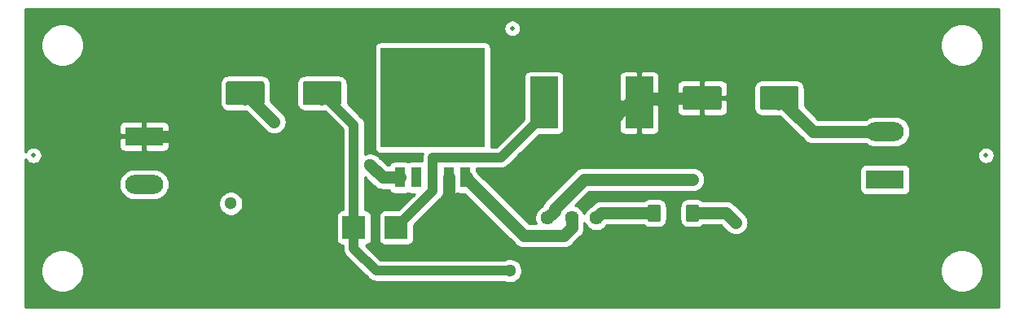
<source format=gbr>
G04 #@! TF.GenerationSoftware,KiCad,Pcbnew,5.1.4-e60b266~84~ubuntu18.04.1*
G04 #@! TF.CreationDate,2019-10-24T23:11:55-03:00*
G04 #@! TF.ProjectId,Fuente Step Up Xl6009 DC-DC ajustable 5v-35v_v2,4675656e-7465-4205-9374-657020557020,0b*
G04 #@! TF.SameCoordinates,Original*
G04 #@! TF.FileFunction,Copper,L1,Top*
G04 #@! TF.FilePolarity,Positive*
%FSLAX46Y46*%
G04 Gerber Fmt 4.6, Leading zero omitted, Abs format (unit mm)*
G04 Created by KiCad (PCBNEW 5.1.4-e60b266~84~ubuntu18.04.1) date 2019-10-24 23:11:55*
%MOMM*%
%LPD*%
G04 APERTURE LIST*
%ADD10C,0.500000*%
%ADD11R,10.800000X10.410000*%
%ADD12R,1.066800X2.159000*%
%ADD13C,0.100000*%
%ADD14C,2.500000*%
%ADD15O,3.960000X1.980000*%
%ADD16R,3.960000X1.980000*%
%ADD17R,2.400000X2.400000*%
%ADD18R,2.900000X5.400000*%
%ADD19C,1.400000*%
%ADD20C,1.440000*%
%ADD21C,1.300000*%
%ADD22C,1.300000*%
%ADD23C,1.000000*%
%ADD24C,0.254000*%
G04 APERTURE END LIST*
D10*
X195500000Y-103500000D03*
X146250000Y-90250000D03*
X96500000Y-103500000D03*
D11*
X138000000Y-97460000D03*
D12*
X134596400Y-105791200D03*
X136298200Y-105791200D03*
X138000000Y-105791200D03*
X139701800Y-105791200D03*
X141403600Y-105791200D03*
D13*
G36*
X175774504Y-96251204D02*
G01*
X175798773Y-96254804D01*
X175822571Y-96260765D01*
X175845671Y-96269030D01*
X175867849Y-96279520D01*
X175888893Y-96292133D01*
X175908598Y-96306747D01*
X175926777Y-96323223D01*
X175943253Y-96341402D01*
X175957867Y-96361107D01*
X175970480Y-96382151D01*
X175980970Y-96404329D01*
X175989235Y-96427429D01*
X175995196Y-96451227D01*
X175998796Y-96475496D01*
X176000000Y-96500000D01*
X176000000Y-98500000D01*
X175998796Y-98524504D01*
X175995196Y-98548773D01*
X175989235Y-98572571D01*
X175980970Y-98595671D01*
X175970480Y-98617849D01*
X175957867Y-98638893D01*
X175943253Y-98658598D01*
X175926777Y-98676777D01*
X175908598Y-98693253D01*
X175888893Y-98707867D01*
X175867849Y-98720480D01*
X175845671Y-98730970D01*
X175822571Y-98739235D01*
X175798773Y-98745196D01*
X175774504Y-98748796D01*
X175750000Y-98750000D01*
X172250000Y-98750000D01*
X172225496Y-98748796D01*
X172201227Y-98745196D01*
X172177429Y-98739235D01*
X172154329Y-98730970D01*
X172132151Y-98720480D01*
X172111107Y-98707867D01*
X172091402Y-98693253D01*
X172073223Y-98676777D01*
X172056747Y-98658598D01*
X172042133Y-98638893D01*
X172029520Y-98617849D01*
X172019030Y-98595671D01*
X172010765Y-98572571D01*
X172004804Y-98548773D01*
X172001204Y-98524504D01*
X172000000Y-98500000D01*
X172000000Y-96500000D01*
X172001204Y-96475496D01*
X172004804Y-96451227D01*
X172010765Y-96427429D01*
X172019030Y-96404329D01*
X172029520Y-96382151D01*
X172042133Y-96361107D01*
X172056747Y-96341402D01*
X172073223Y-96323223D01*
X172091402Y-96306747D01*
X172111107Y-96292133D01*
X172132151Y-96279520D01*
X172154329Y-96269030D01*
X172177429Y-96260765D01*
X172201227Y-96254804D01*
X172225496Y-96251204D01*
X172250000Y-96250000D01*
X175750000Y-96250000D01*
X175774504Y-96251204D01*
X175774504Y-96251204D01*
G37*
D14*
X174000000Y-97500000D03*
D13*
G36*
X167774504Y-96251204D02*
G01*
X167798773Y-96254804D01*
X167822571Y-96260765D01*
X167845671Y-96269030D01*
X167867849Y-96279520D01*
X167888893Y-96292133D01*
X167908598Y-96306747D01*
X167926777Y-96323223D01*
X167943253Y-96341402D01*
X167957867Y-96361107D01*
X167970480Y-96382151D01*
X167980970Y-96404329D01*
X167989235Y-96427429D01*
X167995196Y-96451227D01*
X167998796Y-96475496D01*
X168000000Y-96500000D01*
X168000000Y-98500000D01*
X167998796Y-98524504D01*
X167995196Y-98548773D01*
X167989235Y-98572571D01*
X167980970Y-98595671D01*
X167970480Y-98617849D01*
X167957867Y-98638893D01*
X167943253Y-98658598D01*
X167926777Y-98676777D01*
X167908598Y-98693253D01*
X167888893Y-98707867D01*
X167867849Y-98720480D01*
X167845671Y-98730970D01*
X167822571Y-98739235D01*
X167798773Y-98745196D01*
X167774504Y-98748796D01*
X167750000Y-98750000D01*
X164250000Y-98750000D01*
X164225496Y-98748796D01*
X164201227Y-98745196D01*
X164177429Y-98739235D01*
X164154329Y-98730970D01*
X164132151Y-98720480D01*
X164111107Y-98707867D01*
X164091402Y-98693253D01*
X164073223Y-98676777D01*
X164056747Y-98658598D01*
X164042133Y-98638893D01*
X164029520Y-98617849D01*
X164019030Y-98595671D01*
X164010765Y-98572571D01*
X164004804Y-98548773D01*
X164001204Y-98524504D01*
X164000000Y-98500000D01*
X164000000Y-96500000D01*
X164001204Y-96475496D01*
X164004804Y-96451227D01*
X164010765Y-96427429D01*
X164019030Y-96404329D01*
X164029520Y-96382151D01*
X164042133Y-96361107D01*
X164056747Y-96341402D01*
X164073223Y-96323223D01*
X164091402Y-96306747D01*
X164111107Y-96292133D01*
X164132151Y-96279520D01*
X164154329Y-96269030D01*
X164177429Y-96260765D01*
X164201227Y-96254804D01*
X164225496Y-96251204D01*
X164250000Y-96250000D01*
X167750000Y-96250000D01*
X167774504Y-96251204D01*
X167774504Y-96251204D01*
G37*
D14*
X166000000Y-97500000D03*
D15*
X185000000Y-101000000D03*
D16*
X185000000Y-106000000D03*
D13*
G36*
X128274504Y-95751204D02*
G01*
X128298773Y-95754804D01*
X128322571Y-95760765D01*
X128345671Y-95769030D01*
X128367849Y-95779520D01*
X128388893Y-95792133D01*
X128408598Y-95806747D01*
X128426777Y-95823223D01*
X128443253Y-95841402D01*
X128457867Y-95861107D01*
X128470480Y-95882151D01*
X128480970Y-95904329D01*
X128489235Y-95927429D01*
X128495196Y-95951227D01*
X128498796Y-95975496D01*
X128500000Y-96000000D01*
X128500000Y-98000000D01*
X128498796Y-98024504D01*
X128495196Y-98048773D01*
X128489235Y-98072571D01*
X128480970Y-98095671D01*
X128470480Y-98117849D01*
X128457867Y-98138893D01*
X128443253Y-98158598D01*
X128426777Y-98176777D01*
X128408598Y-98193253D01*
X128388893Y-98207867D01*
X128367849Y-98220480D01*
X128345671Y-98230970D01*
X128322571Y-98239235D01*
X128298773Y-98245196D01*
X128274504Y-98248796D01*
X128250000Y-98250000D01*
X124750000Y-98250000D01*
X124725496Y-98248796D01*
X124701227Y-98245196D01*
X124677429Y-98239235D01*
X124654329Y-98230970D01*
X124632151Y-98220480D01*
X124611107Y-98207867D01*
X124591402Y-98193253D01*
X124573223Y-98176777D01*
X124556747Y-98158598D01*
X124542133Y-98138893D01*
X124529520Y-98117849D01*
X124519030Y-98095671D01*
X124510765Y-98072571D01*
X124504804Y-98048773D01*
X124501204Y-98024504D01*
X124500000Y-98000000D01*
X124500000Y-96000000D01*
X124501204Y-95975496D01*
X124504804Y-95951227D01*
X124510765Y-95927429D01*
X124519030Y-95904329D01*
X124529520Y-95882151D01*
X124542133Y-95861107D01*
X124556747Y-95841402D01*
X124573223Y-95823223D01*
X124591402Y-95806747D01*
X124611107Y-95792133D01*
X124632151Y-95779520D01*
X124654329Y-95769030D01*
X124677429Y-95760765D01*
X124701227Y-95754804D01*
X124725496Y-95751204D01*
X124750000Y-95750000D01*
X128250000Y-95750000D01*
X128274504Y-95751204D01*
X128274504Y-95751204D01*
G37*
D14*
X126500000Y-97000000D03*
D13*
G36*
X120274504Y-95751204D02*
G01*
X120298773Y-95754804D01*
X120322571Y-95760765D01*
X120345671Y-95769030D01*
X120367849Y-95779520D01*
X120388893Y-95792133D01*
X120408598Y-95806747D01*
X120426777Y-95823223D01*
X120443253Y-95841402D01*
X120457867Y-95861107D01*
X120470480Y-95882151D01*
X120480970Y-95904329D01*
X120489235Y-95927429D01*
X120495196Y-95951227D01*
X120498796Y-95975496D01*
X120500000Y-96000000D01*
X120500000Y-98000000D01*
X120498796Y-98024504D01*
X120495196Y-98048773D01*
X120489235Y-98072571D01*
X120480970Y-98095671D01*
X120470480Y-98117849D01*
X120457867Y-98138893D01*
X120443253Y-98158598D01*
X120426777Y-98176777D01*
X120408598Y-98193253D01*
X120388893Y-98207867D01*
X120367849Y-98220480D01*
X120345671Y-98230970D01*
X120322571Y-98239235D01*
X120298773Y-98245196D01*
X120274504Y-98248796D01*
X120250000Y-98250000D01*
X116750000Y-98250000D01*
X116725496Y-98248796D01*
X116701227Y-98245196D01*
X116677429Y-98239235D01*
X116654329Y-98230970D01*
X116632151Y-98220480D01*
X116611107Y-98207867D01*
X116591402Y-98193253D01*
X116573223Y-98176777D01*
X116556747Y-98158598D01*
X116542133Y-98138893D01*
X116529520Y-98117849D01*
X116519030Y-98095671D01*
X116510765Y-98072571D01*
X116504804Y-98048773D01*
X116501204Y-98024504D01*
X116500000Y-98000000D01*
X116500000Y-96000000D01*
X116501204Y-95975496D01*
X116504804Y-95951227D01*
X116510765Y-95927429D01*
X116519030Y-95904329D01*
X116529520Y-95882151D01*
X116542133Y-95861107D01*
X116556747Y-95841402D01*
X116573223Y-95823223D01*
X116591402Y-95806747D01*
X116611107Y-95792133D01*
X116632151Y-95779520D01*
X116654329Y-95769030D01*
X116677429Y-95760765D01*
X116701227Y-95754804D01*
X116725496Y-95751204D01*
X116750000Y-95750000D01*
X120250000Y-95750000D01*
X120274504Y-95751204D01*
X120274504Y-95751204D01*
G37*
D14*
X118500000Y-97000000D03*
D17*
X129800000Y-111000000D03*
X134200000Y-111000000D03*
D18*
X159450000Y-98000000D03*
X149550000Y-98000000D03*
D13*
G36*
X161474505Y-108601204D02*
G01*
X161498773Y-108604804D01*
X161522572Y-108610765D01*
X161545671Y-108619030D01*
X161567850Y-108629520D01*
X161588893Y-108642132D01*
X161608599Y-108656747D01*
X161626777Y-108673223D01*
X161643253Y-108691401D01*
X161657868Y-108711107D01*
X161670480Y-108732150D01*
X161680970Y-108754329D01*
X161689235Y-108777428D01*
X161695196Y-108801227D01*
X161698796Y-108825495D01*
X161700000Y-108849999D01*
X161700000Y-110150001D01*
X161698796Y-110174505D01*
X161695196Y-110198773D01*
X161689235Y-110222572D01*
X161680970Y-110245671D01*
X161670480Y-110267850D01*
X161657868Y-110288893D01*
X161643253Y-110308599D01*
X161626777Y-110326777D01*
X161608599Y-110343253D01*
X161588893Y-110357868D01*
X161567850Y-110370480D01*
X161545671Y-110380970D01*
X161522572Y-110389235D01*
X161498773Y-110395196D01*
X161474505Y-110398796D01*
X161450001Y-110400000D01*
X160549999Y-110400000D01*
X160525495Y-110398796D01*
X160501227Y-110395196D01*
X160477428Y-110389235D01*
X160454329Y-110380970D01*
X160432150Y-110370480D01*
X160411107Y-110357868D01*
X160391401Y-110343253D01*
X160373223Y-110326777D01*
X160356747Y-110308599D01*
X160342132Y-110288893D01*
X160329520Y-110267850D01*
X160319030Y-110245671D01*
X160310765Y-110222572D01*
X160304804Y-110198773D01*
X160301204Y-110174505D01*
X160300000Y-110150001D01*
X160300000Y-108849999D01*
X160301204Y-108825495D01*
X160304804Y-108801227D01*
X160310765Y-108777428D01*
X160319030Y-108754329D01*
X160329520Y-108732150D01*
X160342132Y-108711107D01*
X160356747Y-108691401D01*
X160373223Y-108673223D01*
X160391401Y-108656747D01*
X160411107Y-108642132D01*
X160432150Y-108629520D01*
X160454329Y-108619030D01*
X160477428Y-108610765D01*
X160501227Y-108604804D01*
X160525495Y-108601204D01*
X160549999Y-108600000D01*
X161450001Y-108600000D01*
X161474505Y-108601204D01*
X161474505Y-108601204D01*
G37*
D19*
X161000000Y-109500000D03*
D13*
G36*
X165474505Y-108601204D02*
G01*
X165498773Y-108604804D01*
X165522572Y-108610765D01*
X165545671Y-108619030D01*
X165567850Y-108629520D01*
X165588893Y-108642132D01*
X165608599Y-108656747D01*
X165626777Y-108673223D01*
X165643253Y-108691401D01*
X165657868Y-108711107D01*
X165670480Y-108732150D01*
X165680970Y-108754329D01*
X165689235Y-108777428D01*
X165695196Y-108801227D01*
X165698796Y-108825495D01*
X165700000Y-108849999D01*
X165700000Y-110150001D01*
X165698796Y-110174505D01*
X165695196Y-110198773D01*
X165689235Y-110222572D01*
X165680970Y-110245671D01*
X165670480Y-110267850D01*
X165657868Y-110288893D01*
X165643253Y-110308599D01*
X165626777Y-110326777D01*
X165608599Y-110343253D01*
X165588893Y-110357868D01*
X165567850Y-110370480D01*
X165545671Y-110380970D01*
X165522572Y-110389235D01*
X165498773Y-110395196D01*
X165474505Y-110398796D01*
X165450001Y-110400000D01*
X164549999Y-110400000D01*
X164525495Y-110398796D01*
X164501227Y-110395196D01*
X164477428Y-110389235D01*
X164454329Y-110380970D01*
X164432150Y-110370480D01*
X164411107Y-110357868D01*
X164391401Y-110343253D01*
X164373223Y-110326777D01*
X164356747Y-110308599D01*
X164342132Y-110288893D01*
X164329520Y-110267850D01*
X164319030Y-110245671D01*
X164310765Y-110222572D01*
X164304804Y-110198773D01*
X164301204Y-110174505D01*
X164300000Y-110150001D01*
X164300000Y-108849999D01*
X164301204Y-108825495D01*
X164304804Y-108801227D01*
X164310765Y-108777428D01*
X164319030Y-108754329D01*
X164329520Y-108732150D01*
X164342132Y-108711107D01*
X164356747Y-108691401D01*
X164373223Y-108673223D01*
X164391401Y-108656747D01*
X164411107Y-108642132D01*
X164432150Y-108629520D01*
X164454329Y-108619030D01*
X164477428Y-108610765D01*
X164501227Y-108604804D01*
X164525495Y-108601204D01*
X164549999Y-108600000D01*
X165450001Y-108600000D01*
X165474505Y-108601204D01*
X165474505Y-108601204D01*
G37*
D19*
X165000000Y-109500000D03*
D20*
X155000000Y-110000000D03*
X152460000Y-110000000D03*
X149920000Y-110000000D03*
D16*
X108000000Y-101500000D03*
D15*
X108000000Y-106500000D03*
D21*
X121500000Y-100000000D03*
X131500000Y-104500000D03*
X117000000Y-108500000D03*
X169500000Y-110500000D03*
X115500000Y-103000000D03*
X155500000Y-101000000D03*
X140500000Y-110000000D03*
X165000000Y-106000000D03*
X146000000Y-115500000D03*
D22*
X118500000Y-97000000D02*
X121500000Y-100000000D01*
X134596400Y-105791200D02*
X132791200Y-105791200D01*
X132791200Y-105791200D02*
X131500000Y-104500000D01*
X177500000Y-101000000D02*
X174000000Y-97500000D01*
X185000000Y-101000000D02*
X177500000Y-101000000D01*
X165000000Y-109500000D02*
X168500000Y-109500000D01*
X168500000Y-109500000D02*
X169500000Y-110500000D01*
X108000000Y-101500000D02*
X108990000Y-101500000D01*
X108000000Y-101500000D02*
X114000000Y-101500000D01*
X114000000Y-101500000D02*
X115500000Y-103000000D01*
X159950000Y-97500000D02*
X159450000Y-98000000D01*
X166000000Y-97500000D02*
X159950000Y-97500000D01*
X159450000Y-98000000D02*
X158500000Y-98000000D01*
X158500000Y-98000000D02*
X155500000Y-101000000D01*
X139701800Y-109201800D02*
X140500000Y-110000000D01*
X139701800Y-105791200D02*
X139701800Y-109201800D01*
X150639999Y-109280001D02*
X149920000Y-110000000D01*
X150639999Y-109052399D02*
X150639999Y-109280001D01*
X153692398Y-106000000D02*
X150639999Y-109052399D01*
X165000000Y-106000000D02*
X153692398Y-106000000D01*
D23*
X129800000Y-100300000D02*
X126500000Y-97000000D01*
X129800000Y-111000000D02*
X129800000Y-100300000D01*
X134499998Y-115500000D02*
X146000000Y-115500000D01*
X132100000Y-115500000D02*
X134499998Y-115500000D01*
X129800000Y-111000000D02*
X129800000Y-113200000D01*
X129800000Y-113200000D02*
X132100000Y-115500000D01*
X138000000Y-103711700D02*
X138000000Y-105791200D01*
X138000015Y-103711685D02*
X138000000Y-103711700D01*
X145088315Y-103711685D02*
X138000015Y-103711685D01*
X149550000Y-99250000D02*
X145088315Y-103711685D01*
X149550000Y-98000000D02*
X149550000Y-99250000D01*
X138000000Y-107200000D02*
X134200000Y-111000000D01*
X138000000Y-105791200D02*
X138000000Y-107200000D01*
D22*
X155500000Y-109500000D02*
X155000000Y-110000000D01*
X161000000Y-109500000D02*
X155500000Y-109500000D01*
X141501810Y-105889410D02*
X141501810Y-105791200D01*
X147482401Y-111870001D02*
X141501810Y-105889410D01*
X151608232Y-111870001D02*
X147482401Y-111870001D01*
X152460000Y-110000000D02*
X152460000Y-111018233D01*
X152460000Y-111018233D02*
X151608232Y-111870001D01*
D24*
G36*
X196815001Y-119315000D02*
G01*
X95685000Y-119315000D01*
X95685000Y-115279872D01*
X97265000Y-115279872D01*
X97265000Y-115720128D01*
X97350890Y-116151925D01*
X97519369Y-116558669D01*
X97763962Y-116924729D01*
X98075271Y-117236038D01*
X98441331Y-117480631D01*
X98848075Y-117649110D01*
X99279872Y-117735000D01*
X99720128Y-117735000D01*
X100151925Y-117649110D01*
X100558669Y-117480631D01*
X100924729Y-117236038D01*
X101236038Y-116924729D01*
X101480631Y-116558669D01*
X101649110Y-116151925D01*
X101735000Y-115720128D01*
X101735000Y-115279872D01*
X101649110Y-114848075D01*
X101480631Y-114441331D01*
X101236038Y-114075271D01*
X100924729Y-113763962D01*
X100558669Y-113519369D01*
X100151925Y-113350890D01*
X99720128Y-113265000D01*
X99279872Y-113265000D01*
X98848075Y-113350890D01*
X98441331Y-113519369D01*
X98075271Y-113763962D01*
X97763962Y-114075271D01*
X97519369Y-114441331D01*
X97350890Y-114848075D01*
X97265000Y-115279872D01*
X95685000Y-115279872D01*
X95685000Y-108373439D01*
X115715000Y-108373439D01*
X115715000Y-108626561D01*
X115764381Y-108874821D01*
X115861247Y-109108676D01*
X116001875Y-109319140D01*
X116180860Y-109498125D01*
X116391324Y-109638753D01*
X116625179Y-109735619D01*
X116873439Y-109785000D01*
X117126561Y-109785000D01*
X117374821Y-109735619D01*
X117608676Y-109638753D01*
X117819140Y-109498125D01*
X117998125Y-109319140D01*
X118138753Y-109108676D01*
X118235619Y-108874821D01*
X118285000Y-108626561D01*
X118285000Y-108373439D01*
X118235619Y-108125179D01*
X118138753Y-107891324D01*
X117998125Y-107680860D01*
X117819140Y-107501875D01*
X117608676Y-107361247D01*
X117374821Y-107264381D01*
X117126561Y-107215000D01*
X116873439Y-107215000D01*
X116625179Y-107264381D01*
X116391324Y-107361247D01*
X116180860Y-107501875D01*
X116001875Y-107680860D01*
X115861247Y-107891324D01*
X115764381Y-108125179D01*
X115715000Y-108373439D01*
X95685000Y-108373439D01*
X95685000Y-106500000D01*
X105377138Y-106500000D01*
X105408513Y-106818556D01*
X105501432Y-107124869D01*
X105652325Y-107407170D01*
X105855392Y-107654608D01*
X106102830Y-107857675D01*
X106385131Y-108008568D01*
X106691444Y-108101487D01*
X106930176Y-108125000D01*
X109069824Y-108125000D01*
X109308556Y-108101487D01*
X109614869Y-108008568D01*
X109897170Y-107857675D01*
X110144608Y-107654608D01*
X110347675Y-107407170D01*
X110498568Y-107124869D01*
X110591487Y-106818556D01*
X110622862Y-106500000D01*
X110591487Y-106181444D01*
X110498568Y-105875131D01*
X110347675Y-105592830D01*
X110144608Y-105345392D01*
X109897170Y-105142325D01*
X109614869Y-104991432D01*
X109308556Y-104898513D01*
X109069824Y-104875000D01*
X106930176Y-104875000D01*
X106691444Y-104898513D01*
X106385131Y-104991432D01*
X106102830Y-105142325D01*
X105855392Y-105345392D01*
X105652325Y-105592830D01*
X105501432Y-105875131D01*
X105408513Y-106181444D01*
X105377138Y-106500000D01*
X95685000Y-106500000D01*
X95685000Y-103845033D01*
X95715723Y-103919205D01*
X95812576Y-104064155D01*
X95935845Y-104187424D01*
X96080795Y-104284277D01*
X96241855Y-104350990D01*
X96412835Y-104385000D01*
X96587165Y-104385000D01*
X96758145Y-104350990D01*
X96919205Y-104284277D01*
X97064155Y-104187424D01*
X97187424Y-104064155D01*
X97284277Y-103919205D01*
X97350990Y-103758145D01*
X97385000Y-103587165D01*
X97385000Y-103412835D01*
X97350990Y-103241855D01*
X97284277Y-103080795D01*
X97187424Y-102935845D01*
X97064155Y-102812576D01*
X96919205Y-102715723D01*
X96758145Y-102649010D01*
X96587165Y-102615000D01*
X96412835Y-102615000D01*
X96241855Y-102649010D01*
X96080795Y-102715723D01*
X95935845Y-102812576D01*
X95812576Y-102935845D01*
X95715723Y-103080795D01*
X95685000Y-103154967D01*
X95685000Y-102490000D01*
X105381928Y-102490000D01*
X105394188Y-102614482D01*
X105430498Y-102734180D01*
X105489463Y-102844494D01*
X105568815Y-102941185D01*
X105665506Y-103020537D01*
X105775820Y-103079502D01*
X105895518Y-103115812D01*
X106020000Y-103128072D01*
X107714250Y-103125000D01*
X107873000Y-102966250D01*
X107873000Y-101627000D01*
X108127000Y-101627000D01*
X108127000Y-102966250D01*
X108285750Y-103125000D01*
X109980000Y-103128072D01*
X110104482Y-103115812D01*
X110224180Y-103079502D01*
X110334494Y-103020537D01*
X110431185Y-102941185D01*
X110510537Y-102844494D01*
X110569502Y-102734180D01*
X110605812Y-102614482D01*
X110618072Y-102490000D01*
X110615000Y-101785750D01*
X110456250Y-101627000D01*
X108127000Y-101627000D01*
X107873000Y-101627000D01*
X105543750Y-101627000D01*
X105385000Y-101785750D01*
X105381928Y-102490000D01*
X95685000Y-102490000D01*
X95685000Y-100510000D01*
X105381928Y-100510000D01*
X105385000Y-101214250D01*
X105543750Y-101373000D01*
X107873000Y-101373000D01*
X107873000Y-100033750D01*
X108127000Y-100033750D01*
X108127000Y-101373000D01*
X110456250Y-101373000D01*
X110615000Y-101214250D01*
X110618072Y-100510000D01*
X110605812Y-100385518D01*
X110569502Y-100265820D01*
X110510537Y-100155506D01*
X110431185Y-100058815D01*
X110334494Y-99979463D01*
X110224180Y-99920498D01*
X110104482Y-99884188D01*
X109980000Y-99871928D01*
X108285750Y-99875000D01*
X108127000Y-100033750D01*
X107873000Y-100033750D01*
X107714250Y-99875000D01*
X106020000Y-99871928D01*
X105895518Y-99884188D01*
X105775820Y-99920498D01*
X105665506Y-99979463D01*
X105568815Y-100058815D01*
X105489463Y-100155506D01*
X105430498Y-100265820D01*
X105394188Y-100385518D01*
X105381928Y-100510000D01*
X95685000Y-100510000D01*
X95685000Y-96000000D01*
X115861928Y-96000000D01*
X115861928Y-98000000D01*
X115878992Y-98173254D01*
X115929528Y-98339850D01*
X116011595Y-98493386D01*
X116122038Y-98627962D01*
X116256614Y-98738405D01*
X116410150Y-98820472D01*
X116576746Y-98871008D01*
X116750000Y-98888072D01*
X118570808Y-98888072D01*
X120501875Y-100819140D01*
X120680860Y-100998125D01*
X120733608Y-101033370D01*
X120782638Y-101073608D01*
X120838572Y-101103505D01*
X120891324Y-101138753D01*
X120949945Y-101163035D01*
X121005872Y-101192928D01*
X121066556Y-101211337D01*
X121125179Y-101235619D01*
X121187405Y-101247996D01*
X121248096Y-101266407D01*
X121311217Y-101272624D01*
X121373439Y-101285000D01*
X121436884Y-101285000D01*
X121500000Y-101291216D01*
X121563116Y-101285000D01*
X121626561Y-101285000D01*
X121688783Y-101272624D01*
X121751904Y-101266407D01*
X121812594Y-101247996D01*
X121874821Y-101235619D01*
X121933446Y-101211336D01*
X121994127Y-101192928D01*
X122050052Y-101163036D01*
X122108676Y-101138753D01*
X122161429Y-101103504D01*
X122217362Y-101073608D01*
X122266390Y-101033372D01*
X122319140Y-100998125D01*
X122364003Y-100953262D01*
X122413028Y-100913028D01*
X122453262Y-100864003D01*
X122498125Y-100819140D01*
X122533372Y-100766390D01*
X122573608Y-100717362D01*
X122603504Y-100661429D01*
X122638753Y-100608676D01*
X122663036Y-100550052D01*
X122692928Y-100494127D01*
X122711336Y-100433446D01*
X122735619Y-100374821D01*
X122747996Y-100312594D01*
X122766407Y-100251904D01*
X122772624Y-100188783D01*
X122785000Y-100126561D01*
X122785000Y-100063116D01*
X122791216Y-100000000D01*
X122785000Y-99936884D01*
X122785000Y-99873439D01*
X122772624Y-99811217D01*
X122766407Y-99748096D01*
X122747996Y-99687405D01*
X122735619Y-99625179D01*
X122711337Y-99566556D01*
X122692928Y-99505872D01*
X122663035Y-99449945D01*
X122638753Y-99391324D01*
X122603505Y-99338572D01*
X122573608Y-99282638D01*
X122533370Y-99233608D01*
X122498125Y-99180860D01*
X122319140Y-99001875D01*
X121138072Y-97820808D01*
X121138072Y-96000000D01*
X123861928Y-96000000D01*
X123861928Y-98000000D01*
X123878992Y-98173254D01*
X123929528Y-98339850D01*
X124011595Y-98493386D01*
X124122038Y-98627962D01*
X124256614Y-98738405D01*
X124410150Y-98820472D01*
X124576746Y-98871008D01*
X124750000Y-98888072D01*
X126782941Y-98888072D01*
X128665001Y-100770133D01*
X128665000Y-109161928D01*
X128600000Y-109161928D01*
X128475518Y-109174188D01*
X128355820Y-109210498D01*
X128245506Y-109269463D01*
X128148815Y-109348815D01*
X128069463Y-109445506D01*
X128010498Y-109555820D01*
X127974188Y-109675518D01*
X127961928Y-109800000D01*
X127961928Y-112200000D01*
X127974188Y-112324482D01*
X128010498Y-112444180D01*
X128069463Y-112554494D01*
X128148815Y-112651185D01*
X128245506Y-112730537D01*
X128355820Y-112789502D01*
X128475518Y-112825812D01*
X128600000Y-112838072D01*
X128665001Y-112838072D01*
X128665001Y-113144239D01*
X128659509Y-113200000D01*
X128681423Y-113422498D01*
X128746324Y-113636446D01*
X128746325Y-113636447D01*
X128851717Y-113833623D01*
X128993552Y-114006449D01*
X129036860Y-114041991D01*
X131258009Y-116263141D01*
X131293551Y-116306449D01*
X131466377Y-116448284D01*
X131663553Y-116553676D01*
X131827705Y-116603471D01*
X131877500Y-116618577D01*
X131898493Y-116620644D01*
X132044248Y-116635000D01*
X132044255Y-116635000D01*
X132099999Y-116640490D01*
X132155743Y-116635000D01*
X145385707Y-116635000D01*
X145391324Y-116638753D01*
X145625179Y-116735619D01*
X145873439Y-116785000D01*
X146126561Y-116785000D01*
X146374821Y-116735619D01*
X146608676Y-116638753D01*
X146819140Y-116498125D01*
X146998125Y-116319140D01*
X147138753Y-116108676D01*
X147235619Y-115874821D01*
X147285000Y-115626561D01*
X147285000Y-115373439D01*
X147266389Y-115279872D01*
X190765000Y-115279872D01*
X190765000Y-115720128D01*
X190850890Y-116151925D01*
X191019369Y-116558669D01*
X191263962Y-116924729D01*
X191575271Y-117236038D01*
X191941331Y-117480631D01*
X192348075Y-117649110D01*
X192779872Y-117735000D01*
X193220128Y-117735000D01*
X193651925Y-117649110D01*
X194058669Y-117480631D01*
X194424729Y-117236038D01*
X194736038Y-116924729D01*
X194980631Y-116558669D01*
X195149110Y-116151925D01*
X195235000Y-115720128D01*
X195235000Y-115279872D01*
X195149110Y-114848075D01*
X194980631Y-114441331D01*
X194736038Y-114075271D01*
X194424729Y-113763962D01*
X194058669Y-113519369D01*
X193651925Y-113350890D01*
X193220128Y-113265000D01*
X192779872Y-113265000D01*
X192348075Y-113350890D01*
X191941331Y-113519369D01*
X191575271Y-113763962D01*
X191263962Y-114075271D01*
X191019369Y-114441331D01*
X190850890Y-114848075D01*
X190765000Y-115279872D01*
X147266389Y-115279872D01*
X147235619Y-115125179D01*
X147138753Y-114891324D01*
X146998125Y-114680860D01*
X146819140Y-114501875D01*
X146608676Y-114361247D01*
X146374821Y-114264381D01*
X146126561Y-114215000D01*
X145873439Y-114215000D01*
X145625179Y-114264381D01*
X145391324Y-114361247D01*
X145385707Y-114365000D01*
X132570132Y-114365000D01*
X131039330Y-112834198D01*
X131124482Y-112825812D01*
X131244180Y-112789502D01*
X131354494Y-112730537D01*
X131451185Y-112651185D01*
X131530537Y-112554494D01*
X131589502Y-112444180D01*
X131625812Y-112324482D01*
X131638072Y-112200000D01*
X131638072Y-109800000D01*
X131625812Y-109675518D01*
X131589502Y-109555820D01*
X131530537Y-109445506D01*
X131451185Y-109348815D01*
X131354494Y-109269463D01*
X131244180Y-109210498D01*
X131124482Y-109174188D01*
X131000000Y-109161928D01*
X130935000Y-109161928D01*
X130935000Y-105752264D01*
X131837937Y-106655202D01*
X131878172Y-106704228D01*
X131927197Y-106744462D01*
X131927202Y-106744467D01*
X132073838Y-106864808D01*
X132297072Y-106984129D01*
X132343211Y-106998125D01*
X132539296Y-107057607D01*
X132728077Y-107076200D01*
X132728084Y-107076200D01*
X132791200Y-107082416D01*
X132854316Y-107076200D01*
X133461765Y-107076200D01*
X133473498Y-107114880D01*
X133532463Y-107225194D01*
X133611815Y-107321885D01*
X133708506Y-107401237D01*
X133818820Y-107460202D01*
X133938518Y-107496512D01*
X134063000Y-107508772D01*
X135129800Y-107508772D01*
X135254282Y-107496512D01*
X135373980Y-107460202D01*
X135447300Y-107421011D01*
X135520620Y-107460202D01*
X135640318Y-107496512D01*
X135764800Y-107508772D01*
X136086096Y-107508772D01*
X134432940Y-109161928D01*
X133000000Y-109161928D01*
X132875518Y-109174188D01*
X132755820Y-109210498D01*
X132645506Y-109269463D01*
X132548815Y-109348815D01*
X132469463Y-109445506D01*
X132410498Y-109555820D01*
X132374188Y-109675518D01*
X132361928Y-109800000D01*
X132361928Y-112200000D01*
X132374188Y-112324482D01*
X132410498Y-112444180D01*
X132469463Y-112554494D01*
X132548815Y-112651185D01*
X132645506Y-112730537D01*
X132755820Y-112789502D01*
X132875518Y-112825812D01*
X133000000Y-112838072D01*
X135400000Y-112838072D01*
X135524482Y-112825812D01*
X135644180Y-112789502D01*
X135754494Y-112730537D01*
X135851185Y-112651185D01*
X135930537Y-112554494D01*
X135989502Y-112444180D01*
X136025812Y-112324482D01*
X136038072Y-112200000D01*
X136038072Y-110767060D01*
X138763146Y-108041987D01*
X138806449Y-108006449D01*
X138948284Y-107833623D01*
X139053676Y-107636447D01*
X139094611Y-107501505D01*
X139168400Y-107508772D01*
X139416050Y-107505700D01*
X139574800Y-107346950D01*
X139574800Y-105918200D01*
X139554800Y-105918200D01*
X139554800Y-105664200D01*
X139574800Y-105664200D01*
X139574800Y-105644200D01*
X139828800Y-105644200D01*
X139828800Y-105664200D01*
X139848800Y-105664200D01*
X139848800Y-105918200D01*
X139828800Y-105918200D01*
X139828800Y-107346950D01*
X139987550Y-107505700D01*
X140235200Y-107508772D01*
X140359682Y-107496512D01*
X140479380Y-107460202D01*
X140552700Y-107421011D01*
X140626020Y-107460202D01*
X140745718Y-107496512D01*
X140870200Y-107508772D01*
X141303909Y-107508772D01*
X146529134Y-112733998D01*
X146569373Y-112783029D01*
X146765039Y-112943609D01*
X146988274Y-113062930D01*
X147230497Y-113136408D01*
X147419278Y-113155001D01*
X147419285Y-113155001D01*
X147482401Y-113161217D01*
X147545517Y-113155001D01*
X151545117Y-113155001D01*
X151608232Y-113161217D01*
X151671347Y-113155001D01*
X151671355Y-113155001D01*
X151860136Y-113136408D01*
X152102359Y-113062930D01*
X152325594Y-112943609D01*
X152521260Y-112783029D01*
X152561503Y-112733993D01*
X153323997Y-111971500D01*
X153373028Y-111931261D01*
X153533608Y-111735595D01*
X153652929Y-111512360D01*
X153726407Y-111270137D01*
X153745000Y-111081356D01*
X153745000Y-111081349D01*
X153751216Y-111018233D01*
X153745000Y-110955117D01*
X153745000Y-110510947D01*
X153799215Y-110641833D01*
X153947503Y-110863762D01*
X154136238Y-111052497D01*
X154358167Y-111200785D01*
X154604761Y-111302928D01*
X154866544Y-111355000D01*
X155133456Y-111355000D01*
X155395239Y-111302928D01*
X155641833Y-111200785D01*
X155863762Y-111052497D01*
X156052497Y-110863762D01*
X156105124Y-110785000D01*
X159930614Y-110785000D01*
X160056613Y-110888405D01*
X160210149Y-110970472D01*
X160376745Y-111021008D01*
X160549999Y-111038072D01*
X161450001Y-111038072D01*
X161623255Y-111021008D01*
X161789851Y-110970472D01*
X161943387Y-110888405D01*
X162077962Y-110777962D01*
X162188405Y-110643387D01*
X162270472Y-110489851D01*
X162321008Y-110323255D01*
X162338072Y-110150001D01*
X162338072Y-108849999D01*
X163661928Y-108849999D01*
X163661928Y-110150001D01*
X163678992Y-110323255D01*
X163729528Y-110489851D01*
X163811595Y-110643387D01*
X163922038Y-110777962D01*
X164056613Y-110888405D01*
X164210149Y-110970472D01*
X164376745Y-111021008D01*
X164549999Y-111038072D01*
X165450001Y-111038072D01*
X165623255Y-111021008D01*
X165789851Y-110970472D01*
X165943387Y-110888405D01*
X166069386Y-110785000D01*
X167967736Y-110785000D01*
X168501875Y-111319139D01*
X168501875Y-111319140D01*
X168680860Y-111498125D01*
X168733608Y-111533370D01*
X168782638Y-111573608D01*
X168838574Y-111603506D01*
X168891324Y-111638753D01*
X168949939Y-111663032D01*
X169005872Y-111692929D01*
X169066563Y-111711339D01*
X169125179Y-111735619D01*
X169187402Y-111747996D01*
X169248096Y-111766407D01*
X169311217Y-111772624D01*
X169373439Y-111785000D01*
X169436884Y-111785000D01*
X169500000Y-111791216D01*
X169563116Y-111785000D01*
X169626561Y-111785000D01*
X169688783Y-111772624D01*
X169751904Y-111766407D01*
X169812597Y-111747996D01*
X169874821Y-111735619D01*
X169933439Y-111711339D01*
X169994127Y-111692929D01*
X170050058Y-111663033D01*
X170108676Y-111638753D01*
X170161427Y-111603505D01*
X170217362Y-111573608D01*
X170266390Y-111533372D01*
X170319140Y-111498125D01*
X170364003Y-111453262D01*
X170413028Y-111413028D01*
X170453262Y-111364003D01*
X170498125Y-111319140D01*
X170533372Y-111266390D01*
X170573608Y-111217362D01*
X170603505Y-111161427D01*
X170638753Y-111108676D01*
X170663033Y-111050058D01*
X170692929Y-110994127D01*
X170711339Y-110933439D01*
X170735619Y-110874821D01*
X170747996Y-110812597D01*
X170766407Y-110751904D01*
X170772624Y-110688783D01*
X170785000Y-110626561D01*
X170785000Y-110563116D01*
X170791216Y-110500000D01*
X170785000Y-110436884D01*
X170785000Y-110373439D01*
X170772624Y-110311217D01*
X170766407Y-110248096D01*
X170747996Y-110187402D01*
X170735619Y-110125179D01*
X170711339Y-110066563D01*
X170692929Y-110005872D01*
X170663032Y-109949939D01*
X170638753Y-109891324D01*
X170603506Y-109838574D01*
X170573608Y-109782638D01*
X170533370Y-109733608D01*
X170498125Y-109680860D01*
X170319140Y-109501875D01*
X170319139Y-109501875D01*
X169453271Y-108636007D01*
X169413028Y-108586972D01*
X169217362Y-108426392D01*
X168994127Y-108307071D01*
X168751904Y-108233593D01*
X168563123Y-108215000D01*
X168563115Y-108215000D01*
X168500000Y-108208784D01*
X168436885Y-108215000D01*
X166069386Y-108215000D01*
X165943387Y-108111595D01*
X165789851Y-108029528D01*
X165623255Y-107978992D01*
X165450001Y-107961928D01*
X164549999Y-107961928D01*
X164376745Y-107978992D01*
X164210149Y-108029528D01*
X164056613Y-108111595D01*
X163922038Y-108222038D01*
X163811595Y-108356613D01*
X163729528Y-108510149D01*
X163678992Y-108676745D01*
X163661928Y-108849999D01*
X162338072Y-108849999D01*
X162321008Y-108676745D01*
X162270472Y-108510149D01*
X162188405Y-108356613D01*
X162077962Y-108222038D01*
X161943387Y-108111595D01*
X161789851Y-108029528D01*
X161623255Y-107978992D01*
X161450001Y-107961928D01*
X160549999Y-107961928D01*
X160376745Y-107978992D01*
X160210149Y-108029528D01*
X160056613Y-108111595D01*
X159930614Y-108215000D01*
X155563116Y-108215000D01*
X155500000Y-108208784D01*
X155436884Y-108215000D01*
X155436877Y-108215000D01*
X155248096Y-108233593D01*
X155005873Y-108307071D01*
X154782638Y-108426392D01*
X154586972Y-108586972D01*
X154546732Y-108636004D01*
X154401450Y-108781287D01*
X154358167Y-108799215D01*
X154136238Y-108947503D01*
X153947503Y-109136238D01*
X153799215Y-109358167D01*
X153730000Y-109525266D01*
X153660785Y-109358167D01*
X153512497Y-109136238D01*
X153323762Y-108947503D01*
X153101833Y-108799215D01*
X152855239Y-108697072D01*
X152819665Y-108689996D01*
X154224662Y-107285000D01*
X165126561Y-107285000D01*
X165188780Y-107272624D01*
X165251904Y-107266407D01*
X165312597Y-107247996D01*
X165374821Y-107235619D01*
X165433439Y-107211339D01*
X165494127Y-107192929D01*
X165550058Y-107163033D01*
X165608676Y-107138753D01*
X165661427Y-107103505D01*
X165717362Y-107073608D01*
X165766390Y-107033372D01*
X165819140Y-106998125D01*
X165864003Y-106953262D01*
X165913028Y-106913028D01*
X165953262Y-106864003D01*
X165998125Y-106819140D01*
X166033372Y-106766390D01*
X166073608Y-106717362D01*
X166103505Y-106661427D01*
X166138753Y-106608676D01*
X166163033Y-106550058D01*
X166192929Y-106494127D01*
X166211339Y-106433439D01*
X166235619Y-106374821D01*
X166247996Y-106312597D01*
X166266407Y-106251904D01*
X166272624Y-106188780D01*
X166285000Y-106126561D01*
X166285000Y-106063123D01*
X166291217Y-106000000D01*
X166285000Y-105936877D01*
X166285000Y-105873439D01*
X166272624Y-105811220D01*
X166266407Y-105748096D01*
X166247996Y-105687403D01*
X166235619Y-105625179D01*
X166211339Y-105566561D01*
X166192929Y-105505873D01*
X166163033Y-105449942D01*
X166138753Y-105391324D01*
X166103505Y-105338573D01*
X166073608Y-105282638D01*
X166033372Y-105233610D01*
X165998125Y-105180860D01*
X165953262Y-105135997D01*
X165913028Y-105086972D01*
X165864003Y-105046738D01*
X165827265Y-105010000D01*
X182381928Y-105010000D01*
X182381928Y-106990000D01*
X182394188Y-107114482D01*
X182430498Y-107234180D01*
X182489463Y-107344494D01*
X182568815Y-107441185D01*
X182665506Y-107520537D01*
X182775820Y-107579502D01*
X182895518Y-107615812D01*
X183020000Y-107628072D01*
X186980000Y-107628072D01*
X187104482Y-107615812D01*
X187224180Y-107579502D01*
X187334494Y-107520537D01*
X187431185Y-107441185D01*
X187510537Y-107344494D01*
X187569502Y-107234180D01*
X187605812Y-107114482D01*
X187618072Y-106990000D01*
X187618072Y-105010000D01*
X187605812Y-104885518D01*
X187569502Y-104765820D01*
X187510537Y-104655506D01*
X187431185Y-104558815D01*
X187334494Y-104479463D01*
X187224180Y-104420498D01*
X187104482Y-104384188D01*
X186980000Y-104371928D01*
X183020000Y-104371928D01*
X182895518Y-104384188D01*
X182775820Y-104420498D01*
X182665506Y-104479463D01*
X182568815Y-104558815D01*
X182489463Y-104655506D01*
X182430498Y-104765820D01*
X182394188Y-104885518D01*
X182381928Y-105010000D01*
X165827265Y-105010000D01*
X165819140Y-105001875D01*
X165766390Y-104966628D01*
X165717362Y-104926392D01*
X165661427Y-104896495D01*
X165608676Y-104861247D01*
X165550058Y-104836967D01*
X165494127Y-104807071D01*
X165433439Y-104788661D01*
X165374821Y-104764381D01*
X165312597Y-104752004D01*
X165251904Y-104733593D01*
X165188780Y-104727376D01*
X165126561Y-104715000D01*
X153755510Y-104715000D01*
X153692397Y-104708784D01*
X153629284Y-104715000D01*
X153629275Y-104715000D01*
X153440494Y-104733593D01*
X153198271Y-104807071D01*
X152975036Y-104926392D01*
X152779370Y-105086972D01*
X152739131Y-105136003D01*
X149776007Y-108099128D01*
X149726971Y-108139371D01*
X149566391Y-108335038D01*
X149447070Y-108558273D01*
X149404661Y-108698076D01*
X149321451Y-108781286D01*
X149278167Y-108799215D01*
X149056238Y-108947503D01*
X148867503Y-109136238D01*
X148719215Y-109358167D01*
X148617072Y-109604761D01*
X148565000Y-109866544D01*
X148565000Y-110133456D01*
X148617072Y-110395239D01*
X148695674Y-110585001D01*
X148014665Y-110585001D01*
X142657997Y-105228334D01*
X142575418Y-105073839D01*
X142575072Y-105073417D01*
X142575072Y-104846685D01*
X145032564Y-104846685D01*
X145088315Y-104852176D01*
X145144066Y-104846685D01*
X145144067Y-104846685D01*
X145310814Y-104830262D01*
X145524762Y-104765361D01*
X145721938Y-104659969D01*
X145894764Y-104518134D01*
X145930311Y-104474820D01*
X146992296Y-103412835D01*
X194615000Y-103412835D01*
X194615000Y-103587165D01*
X194649010Y-103758145D01*
X194715723Y-103919205D01*
X194812576Y-104064155D01*
X194935845Y-104187424D01*
X195080795Y-104284277D01*
X195241855Y-104350990D01*
X195412835Y-104385000D01*
X195587165Y-104385000D01*
X195758145Y-104350990D01*
X195919205Y-104284277D01*
X196064155Y-104187424D01*
X196187424Y-104064155D01*
X196284277Y-103919205D01*
X196350990Y-103758145D01*
X196385000Y-103587165D01*
X196385000Y-103412835D01*
X196350990Y-103241855D01*
X196284277Y-103080795D01*
X196187424Y-102935845D01*
X196064155Y-102812576D01*
X195919205Y-102715723D01*
X195758145Y-102649010D01*
X195587165Y-102615000D01*
X195412835Y-102615000D01*
X195241855Y-102649010D01*
X195080795Y-102715723D01*
X194935845Y-102812576D01*
X194812576Y-102935845D01*
X194715723Y-103080795D01*
X194649010Y-103241855D01*
X194615000Y-103412835D01*
X146992296Y-103412835D01*
X149067060Y-101338072D01*
X151000000Y-101338072D01*
X151124482Y-101325812D01*
X151244180Y-101289502D01*
X151354494Y-101230537D01*
X151451185Y-101151185D01*
X151530537Y-101054494D01*
X151589502Y-100944180D01*
X151625812Y-100824482D01*
X151638072Y-100700000D01*
X157361928Y-100700000D01*
X157374188Y-100824482D01*
X157410498Y-100944180D01*
X157469463Y-101054494D01*
X157548815Y-101151185D01*
X157645506Y-101230537D01*
X157755820Y-101289502D01*
X157875518Y-101325812D01*
X158000000Y-101338072D01*
X159164250Y-101335000D01*
X159323000Y-101176250D01*
X159323000Y-98127000D01*
X159577000Y-98127000D01*
X159577000Y-101176250D01*
X159735750Y-101335000D01*
X160900000Y-101338072D01*
X161024482Y-101325812D01*
X161144180Y-101289502D01*
X161254494Y-101230537D01*
X161351185Y-101151185D01*
X161430537Y-101054494D01*
X161489502Y-100944180D01*
X161525812Y-100824482D01*
X161538072Y-100700000D01*
X161535591Y-98750000D01*
X163361928Y-98750000D01*
X163374188Y-98874482D01*
X163410498Y-98994180D01*
X163469463Y-99104494D01*
X163548815Y-99201185D01*
X163645506Y-99280537D01*
X163755820Y-99339502D01*
X163875518Y-99375812D01*
X164000000Y-99388072D01*
X165714250Y-99385000D01*
X165873000Y-99226250D01*
X165873000Y-97627000D01*
X166127000Y-97627000D01*
X166127000Y-99226250D01*
X166285750Y-99385000D01*
X168000000Y-99388072D01*
X168124482Y-99375812D01*
X168244180Y-99339502D01*
X168354494Y-99280537D01*
X168451185Y-99201185D01*
X168530537Y-99104494D01*
X168589502Y-98994180D01*
X168625812Y-98874482D01*
X168638072Y-98750000D01*
X168635000Y-97785750D01*
X168476250Y-97627000D01*
X166127000Y-97627000D01*
X165873000Y-97627000D01*
X163523750Y-97627000D01*
X163365000Y-97785750D01*
X163361928Y-98750000D01*
X161535591Y-98750000D01*
X161535000Y-98285750D01*
X161376250Y-98127000D01*
X159577000Y-98127000D01*
X159323000Y-98127000D01*
X157523750Y-98127000D01*
X157365000Y-98285750D01*
X157361928Y-100700000D01*
X151638072Y-100700000D01*
X151638072Y-95300000D01*
X157361928Y-95300000D01*
X157365000Y-97714250D01*
X157523750Y-97873000D01*
X159323000Y-97873000D01*
X159323000Y-94823750D01*
X159577000Y-94823750D01*
X159577000Y-97873000D01*
X161376250Y-97873000D01*
X161535000Y-97714250D01*
X161536863Y-96250000D01*
X163361928Y-96250000D01*
X163365000Y-97214250D01*
X163523750Y-97373000D01*
X165873000Y-97373000D01*
X165873000Y-95773750D01*
X166127000Y-95773750D01*
X166127000Y-97373000D01*
X168476250Y-97373000D01*
X168635000Y-97214250D01*
X168637275Y-96500000D01*
X171361928Y-96500000D01*
X171361928Y-98500000D01*
X171378992Y-98673254D01*
X171429528Y-98839850D01*
X171511595Y-98993386D01*
X171622038Y-99127962D01*
X171756614Y-99238405D01*
X171910150Y-99320472D01*
X172076746Y-99371008D01*
X172250000Y-99388072D01*
X174070809Y-99388072D01*
X176546733Y-101863997D01*
X176586972Y-101913028D01*
X176782638Y-102073608D01*
X177005873Y-102192929D01*
X177248096Y-102266407D01*
X177436877Y-102285000D01*
X177436886Y-102285000D01*
X177499999Y-102291216D01*
X177563112Y-102285000D01*
X183014275Y-102285000D01*
X183102830Y-102357675D01*
X183385131Y-102508568D01*
X183691444Y-102601487D01*
X183930176Y-102625000D01*
X186069824Y-102625000D01*
X186308556Y-102601487D01*
X186614869Y-102508568D01*
X186897170Y-102357675D01*
X187144608Y-102154608D01*
X187347675Y-101907170D01*
X187498568Y-101624869D01*
X187591487Y-101318556D01*
X187622862Y-101000000D01*
X187591487Y-100681444D01*
X187498568Y-100375131D01*
X187347675Y-100092830D01*
X187144608Y-99845392D01*
X186897170Y-99642325D01*
X186614869Y-99491432D01*
X186308556Y-99398513D01*
X186069824Y-99375000D01*
X183930176Y-99375000D01*
X183691444Y-99398513D01*
X183385131Y-99491432D01*
X183102830Y-99642325D01*
X183014275Y-99715000D01*
X178032264Y-99715000D01*
X176638072Y-98320809D01*
X176638072Y-96500000D01*
X176621008Y-96326746D01*
X176570472Y-96160150D01*
X176488405Y-96006614D01*
X176377962Y-95872038D01*
X176243386Y-95761595D01*
X176089850Y-95679528D01*
X175923254Y-95628992D01*
X175750000Y-95611928D01*
X172250000Y-95611928D01*
X172076746Y-95628992D01*
X171910150Y-95679528D01*
X171756614Y-95761595D01*
X171622038Y-95872038D01*
X171511595Y-96006614D01*
X171429528Y-96160150D01*
X171378992Y-96326746D01*
X171361928Y-96500000D01*
X168637275Y-96500000D01*
X168638072Y-96250000D01*
X168625812Y-96125518D01*
X168589502Y-96005820D01*
X168530537Y-95895506D01*
X168451185Y-95798815D01*
X168354494Y-95719463D01*
X168244180Y-95660498D01*
X168124482Y-95624188D01*
X168000000Y-95611928D01*
X166285750Y-95615000D01*
X166127000Y-95773750D01*
X165873000Y-95773750D01*
X165714250Y-95615000D01*
X164000000Y-95611928D01*
X163875518Y-95624188D01*
X163755820Y-95660498D01*
X163645506Y-95719463D01*
X163548815Y-95798815D01*
X163469463Y-95895506D01*
X163410498Y-96005820D01*
X163374188Y-96125518D01*
X163361928Y-96250000D01*
X161536863Y-96250000D01*
X161538072Y-95300000D01*
X161525812Y-95175518D01*
X161489502Y-95055820D01*
X161430537Y-94945506D01*
X161351185Y-94848815D01*
X161254494Y-94769463D01*
X161144180Y-94710498D01*
X161024482Y-94674188D01*
X160900000Y-94661928D01*
X159735750Y-94665000D01*
X159577000Y-94823750D01*
X159323000Y-94823750D01*
X159164250Y-94665000D01*
X158000000Y-94661928D01*
X157875518Y-94674188D01*
X157755820Y-94710498D01*
X157645506Y-94769463D01*
X157548815Y-94848815D01*
X157469463Y-94945506D01*
X157410498Y-95055820D01*
X157374188Y-95175518D01*
X157361928Y-95300000D01*
X151638072Y-95300000D01*
X151625812Y-95175518D01*
X151589502Y-95055820D01*
X151530537Y-94945506D01*
X151451185Y-94848815D01*
X151354494Y-94769463D01*
X151244180Y-94710498D01*
X151124482Y-94674188D01*
X151000000Y-94661928D01*
X148100000Y-94661928D01*
X147975518Y-94674188D01*
X147855820Y-94710498D01*
X147745506Y-94769463D01*
X147648815Y-94848815D01*
X147569463Y-94945506D01*
X147510498Y-95055820D01*
X147474188Y-95175518D01*
X147461928Y-95300000D01*
X147461928Y-99732940D01*
X144618184Y-102576685D01*
X144038072Y-102576685D01*
X144038072Y-92255000D01*
X144025812Y-92130518D01*
X143989502Y-92010820D01*
X143930537Y-91900506D01*
X143851185Y-91803815D01*
X143822011Y-91779872D01*
X190765000Y-91779872D01*
X190765000Y-92220128D01*
X190850890Y-92651925D01*
X191019369Y-93058669D01*
X191263962Y-93424729D01*
X191575271Y-93736038D01*
X191941331Y-93980631D01*
X192348075Y-94149110D01*
X192779872Y-94235000D01*
X193220128Y-94235000D01*
X193651925Y-94149110D01*
X194058669Y-93980631D01*
X194424729Y-93736038D01*
X194736038Y-93424729D01*
X194980631Y-93058669D01*
X195149110Y-92651925D01*
X195235000Y-92220128D01*
X195235000Y-91779872D01*
X195149110Y-91348075D01*
X194980631Y-90941331D01*
X194736038Y-90575271D01*
X194424729Y-90263962D01*
X194058669Y-90019369D01*
X193651925Y-89850890D01*
X193220128Y-89765000D01*
X192779872Y-89765000D01*
X192348075Y-89850890D01*
X191941331Y-90019369D01*
X191575271Y-90263962D01*
X191263962Y-90575271D01*
X191019369Y-90941331D01*
X190850890Y-91348075D01*
X190765000Y-91779872D01*
X143822011Y-91779872D01*
X143754494Y-91724463D01*
X143644180Y-91665498D01*
X143524482Y-91629188D01*
X143400000Y-91616928D01*
X132600000Y-91616928D01*
X132475518Y-91629188D01*
X132355820Y-91665498D01*
X132245506Y-91724463D01*
X132148815Y-91803815D01*
X132069463Y-91900506D01*
X132010498Y-92010820D01*
X131974188Y-92130518D01*
X131961928Y-92255000D01*
X131961928Y-102665000D01*
X131974188Y-102789482D01*
X132010498Y-102909180D01*
X132069463Y-103019494D01*
X132148815Y-103116185D01*
X132245506Y-103195537D01*
X132355820Y-103254502D01*
X132475518Y-103290812D01*
X132600000Y-103303072D01*
X136937885Y-103303072D01*
X136881423Y-103489202D01*
X136859509Y-103711700D01*
X136865000Y-103767452D01*
X136865000Y-104076918D01*
X136831600Y-104073628D01*
X135764800Y-104073628D01*
X135640318Y-104085888D01*
X135520620Y-104122198D01*
X135447300Y-104161389D01*
X135373980Y-104122198D01*
X135254282Y-104085888D01*
X135129800Y-104073628D01*
X134063000Y-104073628D01*
X133938518Y-104085888D01*
X133818820Y-104122198D01*
X133708506Y-104181163D01*
X133611815Y-104260515D01*
X133532463Y-104357206D01*
X133473498Y-104467520D01*
X133461765Y-104506200D01*
X133323464Y-104506200D01*
X132498129Y-103680865D01*
X132498125Y-103680860D01*
X132319140Y-103501875D01*
X132266384Y-103466624D01*
X132217361Y-103426392D01*
X132161432Y-103396498D01*
X132108676Y-103361247D01*
X132050051Y-103336964D01*
X131994127Y-103307072D01*
X131933446Y-103288664D01*
X131874821Y-103264381D01*
X131812592Y-103252003D01*
X131751903Y-103233593D01*
X131688784Y-103227377D01*
X131626561Y-103215000D01*
X131563115Y-103215000D01*
X131500000Y-103208784D01*
X131436885Y-103215000D01*
X131373439Y-103215000D01*
X131311216Y-103227377D01*
X131248097Y-103233593D01*
X131187408Y-103252003D01*
X131125179Y-103264381D01*
X131066554Y-103288664D01*
X131005873Y-103307072D01*
X130949949Y-103336964D01*
X130935000Y-103343156D01*
X130935000Y-100355752D01*
X130940491Y-100300000D01*
X130918577Y-100077501D01*
X130853676Y-99863553D01*
X130748284Y-99666377D01*
X130728545Y-99642325D01*
X130606449Y-99493551D01*
X130563141Y-99458009D01*
X129135119Y-98029987D01*
X129138072Y-98000000D01*
X129138072Y-96000000D01*
X129121008Y-95826746D01*
X129070472Y-95660150D01*
X128988405Y-95506614D01*
X128877962Y-95372038D01*
X128743386Y-95261595D01*
X128589850Y-95179528D01*
X128423254Y-95128992D01*
X128250000Y-95111928D01*
X124750000Y-95111928D01*
X124576746Y-95128992D01*
X124410150Y-95179528D01*
X124256614Y-95261595D01*
X124122038Y-95372038D01*
X124011595Y-95506614D01*
X123929528Y-95660150D01*
X123878992Y-95826746D01*
X123861928Y-96000000D01*
X121138072Y-96000000D01*
X121121008Y-95826746D01*
X121070472Y-95660150D01*
X120988405Y-95506614D01*
X120877962Y-95372038D01*
X120743386Y-95261595D01*
X120589850Y-95179528D01*
X120423254Y-95128992D01*
X120250000Y-95111928D01*
X116750000Y-95111928D01*
X116576746Y-95128992D01*
X116410150Y-95179528D01*
X116256614Y-95261595D01*
X116122038Y-95372038D01*
X116011595Y-95506614D01*
X115929528Y-95660150D01*
X115878992Y-95826746D01*
X115861928Y-96000000D01*
X95685000Y-96000000D01*
X95685000Y-91779872D01*
X97265000Y-91779872D01*
X97265000Y-92220128D01*
X97350890Y-92651925D01*
X97519369Y-93058669D01*
X97763962Y-93424729D01*
X98075271Y-93736038D01*
X98441331Y-93980631D01*
X98848075Y-94149110D01*
X99279872Y-94235000D01*
X99720128Y-94235000D01*
X100151925Y-94149110D01*
X100558669Y-93980631D01*
X100924729Y-93736038D01*
X101236038Y-93424729D01*
X101480631Y-93058669D01*
X101649110Y-92651925D01*
X101735000Y-92220128D01*
X101735000Y-91779872D01*
X101649110Y-91348075D01*
X101480631Y-90941331D01*
X101236038Y-90575271D01*
X100924729Y-90263962D01*
X100773382Y-90162835D01*
X145365000Y-90162835D01*
X145365000Y-90337165D01*
X145399010Y-90508145D01*
X145465723Y-90669205D01*
X145562576Y-90814155D01*
X145685845Y-90937424D01*
X145830795Y-91034277D01*
X145991855Y-91100990D01*
X146162835Y-91135000D01*
X146337165Y-91135000D01*
X146508145Y-91100990D01*
X146669205Y-91034277D01*
X146814155Y-90937424D01*
X146937424Y-90814155D01*
X147034277Y-90669205D01*
X147100990Y-90508145D01*
X147135000Y-90337165D01*
X147135000Y-90162835D01*
X147100990Y-89991855D01*
X147034277Y-89830795D01*
X146937424Y-89685845D01*
X146814155Y-89562576D01*
X146669205Y-89465723D01*
X146508145Y-89399010D01*
X146337165Y-89365000D01*
X146162835Y-89365000D01*
X145991855Y-89399010D01*
X145830795Y-89465723D01*
X145685845Y-89562576D01*
X145562576Y-89685845D01*
X145465723Y-89830795D01*
X145399010Y-89991855D01*
X145365000Y-90162835D01*
X100773382Y-90162835D01*
X100558669Y-90019369D01*
X100151925Y-89850890D01*
X99720128Y-89765000D01*
X99279872Y-89765000D01*
X98848075Y-89850890D01*
X98441331Y-90019369D01*
X98075271Y-90263962D01*
X97763962Y-90575271D01*
X97519369Y-90941331D01*
X97350890Y-91348075D01*
X97265000Y-91779872D01*
X95685000Y-91779872D01*
X95685000Y-88185000D01*
X196815000Y-88185000D01*
X196815001Y-119315000D01*
X196815001Y-119315000D01*
G37*
X196815001Y-119315000D02*
X95685000Y-119315000D01*
X95685000Y-115279872D01*
X97265000Y-115279872D01*
X97265000Y-115720128D01*
X97350890Y-116151925D01*
X97519369Y-116558669D01*
X97763962Y-116924729D01*
X98075271Y-117236038D01*
X98441331Y-117480631D01*
X98848075Y-117649110D01*
X99279872Y-117735000D01*
X99720128Y-117735000D01*
X100151925Y-117649110D01*
X100558669Y-117480631D01*
X100924729Y-117236038D01*
X101236038Y-116924729D01*
X101480631Y-116558669D01*
X101649110Y-116151925D01*
X101735000Y-115720128D01*
X101735000Y-115279872D01*
X101649110Y-114848075D01*
X101480631Y-114441331D01*
X101236038Y-114075271D01*
X100924729Y-113763962D01*
X100558669Y-113519369D01*
X100151925Y-113350890D01*
X99720128Y-113265000D01*
X99279872Y-113265000D01*
X98848075Y-113350890D01*
X98441331Y-113519369D01*
X98075271Y-113763962D01*
X97763962Y-114075271D01*
X97519369Y-114441331D01*
X97350890Y-114848075D01*
X97265000Y-115279872D01*
X95685000Y-115279872D01*
X95685000Y-108373439D01*
X115715000Y-108373439D01*
X115715000Y-108626561D01*
X115764381Y-108874821D01*
X115861247Y-109108676D01*
X116001875Y-109319140D01*
X116180860Y-109498125D01*
X116391324Y-109638753D01*
X116625179Y-109735619D01*
X116873439Y-109785000D01*
X117126561Y-109785000D01*
X117374821Y-109735619D01*
X117608676Y-109638753D01*
X117819140Y-109498125D01*
X117998125Y-109319140D01*
X118138753Y-109108676D01*
X118235619Y-108874821D01*
X118285000Y-108626561D01*
X118285000Y-108373439D01*
X118235619Y-108125179D01*
X118138753Y-107891324D01*
X117998125Y-107680860D01*
X117819140Y-107501875D01*
X117608676Y-107361247D01*
X117374821Y-107264381D01*
X117126561Y-107215000D01*
X116873439Y-107215000D01*
X116625179Y-107264381D01*
X116391324Y-107361247D01*
X116180860Y-107501875D01*
X116001875Y-107680860D01*
X115861247Y-107891324D01*
X115764381Y-108125179D01*
X115715000Y-108373439D01*
X95685000Y-108373439D01*
X95685000Y-106500000D01*
X105377138Y-106500000D01*
X105408513Y-106818556D01*
X105501432Y-107124869D01*
X105652325Y-107407170D01*
X105855392Y-107654608D01*
X106102830Y-107857675D01*
X106385131Y-108008568D01*
X106691444Y-108101487D01*
X106930176Y-108125000D01*
X109069824Y-108125000D01*
X109308556Y-108101487D01*
X109614869Y-108008568D01*
X109897170Y-107857675D01*
X110144608Y-107654608D01*
X110347675Y-107407170D01*
X110498568Y-107124869D01*
X110591487Y-106818556D01*
X110622862Y-106500000D01*
X110591487Y-106181444D01*
X110498568Y-105875131D01*
X110347675Y-105592830D01*
X110144608Y-105345392D01*
X109897170Y-105142325D01*
X109614869Y-104991432D01*
X109308556Y-104898513D01*
X109069824Y-104875000D01*
X106930176Y-104875000D01*
X106691444Y-104898513D01*
X106385131Y-104991432D01*
X106102830Y-105142325D01*
X105855392Y-105345392D01*
X105652325Y-105592830D01*
X105501432Y-105875131D01*
X105408513Y-106181444D01*
X105377138Y-106500000D01*
X95685000Y-106500000D01*
X95685000Y-103845033D01*
X95715723Y-103919205D01*
X95812576Y-104064155D01*
X95935845Y-104187424D01*
X96080795Y-104284277D01*
X96241855Y-104350990D01*
X96412835Y-104385000D01*
X96587165Y-104385000D01*
X96758145Y-104350990D01*
X96919205Y-104284277D01*
X97064155Y-104187424D01*
X97187424Y-104064155D01*
X97284277Y-103919205D01*
X97350990Y-103758145D01*
X97385000Y-103587165D01*
X97385000Y-103412835D01*
X97350990Y-103241855D01*
X97284277Y-103080795D01*
X97187424Y-102935845D01*
X97064155Y-102812576D01*
X96919205Y-102715723D01*
X96758145Y-102649010D01*
X96587165Y-102615000D01*
X96412835Y-102615000D01*
X96241855Y-102649010D01*
X96080795Y-102715723D01*
X95935845Y-102812576D01*
X95812576Y-102935845D01*
X95715723Y-103080795D01*
X95685000Y-103154967D01*
X95685000Y-102490000D01*
X105381928Y-102490000D01*
X105394188Y-102614482D01*
X105430498Y-102734180D01*
X105489463Y-102844494D01*
X105568815Y-102941185D01*
X105665506Y-103020537D01*
X105775820Y-103079502D01*
X105895518Y-103115812D01*
X106020000Y-103128072D01*
X107714250Y-103125000D01*
X107873000Y-102966250D01*
X107873000Y-101627000D01*
X108127000Y-101627000D01*
X108127000Y-102966250D01*
X108285750Y-103125000D01*
X109980000Y-103128072D01*
X110104482Y-103115812D01*
X110224180Y-103079502D01*
X110334494Y-103020537D01*
X110431185Y-102941185D01*
X110510537Y-102844494D01*
X110569502Y-102734180D01*
X110605812Y-102614482D01*
X110618072Y-102490000D01*
X110615000Y-101785750D01*
X110456250Y-101627000D01*
X108127000Y-101627000D01*
X107873000Y-101627000D01*
X105543750Y-101627000D01*
X105385000Y-101785750D01*
X105381928Y-102490000D01*
X95685000Y-102490000D01*
X95685000Y-100510000D01*
X105381928Y-100510000D01*
X105385000Y-101214250D01*
X105543750Y-101373000D01*
X107873000Y-101373000D01*
X107873000Y-100033750D01*
X108127000Y-100033750D01*
X108127000Y-101373000D01*
X110456250Y-101373000D01*
X110615000Y-101214250D01*
X110618072Y-100510000D01*
X110605812Y-100385518D01*
X110569502Y-100265820D01*
X110510537Y-100155506D01*
X110431185Y-100058815D01*
X110334494Y-99979463D01*
X110224180Y-99920498D01*
X110104482Y-99884188D01*
X109980000Y-99871928D01*
X108285750Y-99875000D01*
X108127000Y-100033750D01*
X107873000Y-100033750D01*
X107714250Y-99875000D01*
X106020000Y-99871928D01*
X105895518Y-99884188D01*
X105775820Y-99920498D01*
X105665506Y-99979463D01*
X105568815Y-100058815D01*
X105489463Y-100155506D01*
X105430498Y-100265820D01*
X105394188Y-100385518D01*
X105381928Y-100510000D01*
X95685000Y-100510000D01*
X95685000Y-96000000D01*
X115861928Y-96000000D01*
X115861928Y-98000000D01*
X115878992Y-98173254D01*
X115929528Y-98339850D01*
X116011595Y-98493386D01*
X116122038Y-98627962D01*
X116256614Y-98738405D01*
X116410150Y-98820472D01*
X116576746Y-98871008D01*
X116750000Y-98888072D01*
X118570808Y-98888072D01*
X120501875Y-100819140D01*
X120680860Y-100998125D01*
X120733608Y-101033370D01*
X120782638Y-101073608D01*
X120838572Y-101103505D01*
X120891324Y-101138753D01*
X120949945Y-101163035D01*
X121005872Y-101192928D01*
X121066556Y-101211337D01*
X121125179Y-101235619D01*
X121187405Y-101247996D01*
X121248096Y-101266407D01*
X121311217Y-101272624D01*
X121373439Y-101285000D01*
X121436884Y-101285000D01*
X121500000Y-101291216D01*
X121563116Y-101285000D01*
X121626561Y-101285000D01*
X121688783Y-101272624D01*
X121751904Y-101266407D01*
X121812594Y-101247996D01*
X121874821Y-101235619D01*
X121933446Y-101211336D01*
X121994127Y-101192928D01*
X122050052Y-101163036D01*
X122108676Y-101138753D01*
X122161429Y-101103504D01*
X122217362Y-101073608D01*
X122266390Y-101033372D01*
X122319140Y-100998125D01*
X122364003Y-100953262D01*
X122413028Y-100913028D01*
X122453262Y-100864003D01*
X122498125Y-100819140D01*
X122533372Y-100766390D01*
X122573608Y-100717362D01*
X122603504Y-100661429D01*
X122638753Y-100608676D01*
X122663036Y-100550052D01*
X122692928Y-100494127D01*
X122711336Y-100433446D01*
X122735619Y-100374821D01*
X122747996Y-100312594D01*
X122766407Y-100251904D01*
X122772624Y-100188783D01*
X122785000Y-100126561D01*
X122785000Y-100063116D01*
X122791216Y-100000000D01*
X122785000Y-99936884D01*
X122785000Y-99873439D01*
X122772624Y-99811217D01*
X122766407Y-99748096D01*
X122747996Y-99687405D01*
X122735619Y-99625179D01*
X122711337Y-99566556D01*
X122692928Y-99505872D01*
X122663035Y-99449945D01*
X122638753Y-99391324D01*
X122603505Y-99338572D01*
X122573608Y-99282638D01*
X122533370Y-99233608D01*
X122498125Y-99180860D01*
X122319140Y-99001875D01*
X121138072Y-97820808D01*
X121138072Y-96000000D01*
X123861928Y-96000000D01*
X123861928Y-98000000D01*
X123878992Y-98173254D01*
X123929528Y-98339850D01*
X124011595Y-98493386D01*
X124122038Y-98627962D01*
X124256614Y-98738405D01*
X124410150Y-98820472D01*
X124576746Y-98871008D01*
X124750000Y-98888072D01*
X126782941Y-98888072D01*
X128665001Y-100770133D01*
X128665000Y-109161928D01*
X128600000Y-109161928D01*
X128475518Y-109174188D01*
X128355820Y-109210498D01*
X128245506Y-109269463D01*
X128148815Y-109348815D01*
X128069463Y-109445506D01*
X128010498Y-109555820D01*
X127974188Y-109675518D01*
X127961928Y-109800000D01*
X127961928Y-112200000D01*
X127974188Y-112324482D01*
X128010498Y-112444180D01*
X128069463Y-112554494D01*
X128148815Y-112651185D01*
X128245506Y-112730537D01*
X128355820Y-112789502D01*
X128475518Y-112825812D01*
X128600000Y-112838072D01*
X128665001Y-112838072D01*
X128665001Y-113144239D01*
X128659509Y-113200000D01*
X128681423Y-113422498D01*
X128746324Y-113636446D01*
X128746325Y-113636447D01*
X128851717Y-113833623D01*
X128993552Y-114006449D01*
X129036860Y-114041991D01*
X131258009Y-116263141D01*
X131293551Y-116306449D01*
X131466377Y-116448284D01*
X131663553Y-116553676D01*
X131827705Y-116603471D01*
X131877500Y-116618577D01*
X131898493Y-116620644D01*
X132044248Y-116635000D01*
X132044255Y-116635000D01*
X132099999Y-116640490D01*
X132155743Y-116635000D01*
X145385707Y-116635000D01*
X145391324Y-116638753D01*
X145625179Y-116735619D01*
X145873439Y-116785000D01*
X146126561Y-116785000D01*
X146374821Y-116735619D01*
X146608676Y-116638753D01*
X146819140Y-116498125D01*
X146998125Y-116319140D01*
X147138753Y-116108676D01*
X147235619Y-115874821D01*
X147285000Y-115626561D01*
X147285000Y-115373439D01*
X147266389Y-115279872D01*
X190765000Y-115279872D01*
X190765000Y-115720128D01*
X190850890Y-116151925D01*
X191019369Y-116558669D01*
X191263962Y-116924729D01*
X191575271Y-117236038D01*
X191941331Y-117480631D01*
X192348075Y-117649110D01*
X192779872Y-117735000D01*
X193220128Y-117735000D01*
X193651925Y-117649110D01*
X194058669Y-117480631D01*
X194424729Y-117236038D01*
X194736038Y-116924729D01*
X194980631Y-116558669D01*
X195149110Y-116151925D01*
X195235000Y-115720128D01*
X195235000Y-115279872D01*
X195149110Y-114848075D01*
X194980631Y-114441331D01*
X194736038Y-114075271D01*
X194424729Y-113763962D01*
X194058669Y-113519369D01*
X193651925Y-113350890D01*
X193220128Y-113265000D01*
X192779872Y-113265000D01*
X192348075Y-113350890D01*
X191941331Y-113519369D01*
X191575271Y-113763962D01*
X191263962Y-114075271D01*
X191019369Y-114441331D01*
X190850890Y-114848075D01*
X190765000Y-115279872D01*
X147266389Y-115279872D01*
X147235619Y-115125179D01*
X147138753Y-114891324D01*
X146998125Y-114680860D01*
X146819140Y-114501875D01*
X146608676Y-114361247D01*
X146374821Y-114264381D01*
X146126561Y-114215000D01*
X145873439Y-114215000D01*
X145625179Y-114264381D01*
X145391324Y-114361247D01*
X145385707Y-114365000D01*
X132570132Y-114365000D01*
X131039330Y-112834198D01*
X131124482Y-112825812D01*
X131244180Y-112789502D01*
X131354494Y-112730537D01*
X131451185Y-112651185D01*
X131530537Y-112554494D01*
X131589502Y-112444180D01*
X131625812Y-112324482D01*
X131638072Y-112200000D01*
X131638072Y-109800000D01*
X131625812Y-109675518D01*
X131589502Y-109555820D01*
X131530537Y-109445506D01*
X131451185Y-109348815D01*
X131354494Y-109269463D01*
X131244180Y-109210498D01*
X131124482Y-109174188D01*
X131000000Y-109161928D01*
X130935000Y-109161928D01*
X130935000Y-105752264D01*
X131837937Y-106655202D01*
X131878172Y-106704228D01*
X131927197Y-106744462D01*
X131927202Y-106744467D01*
X132073838Y-106864808D01*
X132297072Y-106984129D01*
X132343211Y-106998125D01*
X132539296Y-107057607D01*
X132728077Y-107076200D01*
X132728084Y-107076200D01*
X132791200Y-107082416D01*
X132854316Y-107076200D01*
X133461765Y-107076200D01*
X133473498Y-107114880D01*
X133532463Y-107225194D01*
X133611815Y-107321885D01*
X133708506Y-107401237D01*
X133818820Y-107460202D01*
X133938518Y-107496512D01*
X134063000Y-107508772D01*
X135129800Y-107508772D01*
X135254282Y-107496512D01*
X135373980Y-107460202D01*
X135447300Y-107421011D01*
X135520620Y-107460202D01*
X135640318Y-107496512D01*
X135764800Y-107508772D01*
X136086096Y-107508772D01*
X134432940Y-109161928D01*
X133000000Y-109161928D01*
X132875518Y-109174188D01*
X132755820Y-109210498D01*
X132645506Y-109269463D01*
X132548815Y-109348815D01*
X132469463Y-109445506D01*
X132410498Y-109555820D01*
X132374188Y-109675518D01*
X132361928Y-109800000D01*
X132361928Y-112200000D01*
X132374188Y-112324482D01*
X132410498Y-112444180D01*
X132469463Y-112554494D01*
X132548815Y-112651185D01*
X132645506Y-112730537D01*
X132755820Y-112789502D01*
X132875518Y-112825812D01*
X133000000Y-112838072D01*
X135400000Y-112838072D01*
X135524482Y-112825812D01*
X135644180Y-112789502D01*
X135754494Y-112730537D01*
X135851185Y-112651185D01*
X135930537Y-112554494D01*
X135989502Y-112444180D01*
X136025812Y-112324482D01*
X136038072Y-112200000D01*
X136038072Y-110767060D01*
X138763146Y-108041987D01*
X138806449Y-108006449D01*
X138948284Y-107833623D01*
X139053676Y-107636447D01*
X139094611Y-107501505D01*
X139168400Y-107508772D01*
X139416050Y-107505700D01*
X139574800Y-107346950D01*
X139574800Y-105918200D01*
X139554800Y-105918200D01*
X139554800Y-105664200D01*
X139574800Y-105664200D01*
X139574800Y-105644200D01*
X139828800Y-105644200D01*
X139828800Y-105664200D01*
X139848800Y-105664200D01*
X139848800Y-105918200D01*
X139828800Y-105918200D01*
X139828800Y-107346950D01*
X139987550Y-107505700D01*
X140235200Y-107508772D01*
X140359682Y-107496512D01*
X140479380Y-107460202D01*
X140552700Y-107421011D01*
X140626020Y-107460202D01*
X140745718Y-107496512D01*
X140870200Y-107508772D01*
X141303909Y-107508772D01*
X146529134Y-112733998D01*
X146569373Y-112783029D01*
X146765039Y-112943609D01*
X146988274Y-113062930D01*
X147230497Y-113136408D01*
X147419278Y-113155001D01*
X147419285Y-113155001D01*
X147482401Y-113161217D01*
X147545517Y-113155001D01*
X151545117Y-113155001D01*
X151608232Y-113161217D01*
X151671347Y-113155001D01*
X151671355Y-113155001D01*
X151860136Y-113136408D01*
X152102359Y-113062930D01*
X152325594Y-112943609D01*
X152521260Y-112783029D01*
X152561503Y-112733993D01*
X153323997Y-111971500D01*
X153373028Y-111931261D01*
X153533608Y-111735595D01*
X153652929Y-111512360D01*
X153726407Y-111270137D01*
X153745000Y-111081356D01*
X153745000Y-111081349D01*
X153751216Y-111018233D01*
X153745000Y-110955117D01*
X153745000Y-110510947D01*
X153799215Y-110641833D01*
X153947503Y-110863762D01*
X154136238Y-111052497D01*
X154358167Y-111200785D01*
X154604761Y-111302928D01*
X154866544Y-111355000D01*
X155133456Y-111355000D01*
X155395239Y-111302928D01*
X155641833Y-111200785D01*
X155863762Y-111052497D01*
X156052497Y-110863762D01*
X156105124Y-110785000D01*
X159930614Y-110785000D01*
X160056613Y-110888405D01*
X160210149Y-110970472D01*
X160376745Y-111021008D01*
X160549999Y-111038072D01*
X161450001Y-111038072D01*
X161623255Y-111021008D01*
X161789851Y-110970472D01*
X161943387Y-110888405D01*
X162077962Y-110777962D01*
X162188405Y-110643387D01*
X162270472Y-110489851D01*
X162321008Y-110323255D01*
X162338072Y-110150001D01*
X162338072Y-108849999D01*
X163661928Y-108849999D01*
X163661928Y-110150001D01*
X163678992Y-110323255D01*
X163729528Y-110489851D01*
X163811595Y-110643387D01*
X163922038Y-110777962D01*
X164056613Y-110888405D01*
X164210149Y-110970472D01*
X164376745Y-111021008D01*
X164549999Y-111038072D01*
X165450001Y-111038072D01*
X165623255Y-111021008D01*
X165789851Y-110970472D01*
X165943387Y-110888405D01*
X166069386Y-110785000D01*
X167967736Y-110785000D01*
X168501875Y-111319139D01*
X168501875Y-111319140D01*
X168680860Y-111498125D01*
X168733608Y-111533370D01*
X168782638Y-111573608D01*
X168838574Y-111603506D01*
X168891324Y-111638753D01*
X168949939Y-111663032D01*
X169005872Y-111692929D01*
X169066563Y-111711339D01*
X169125179Y-111735619D01*
X169187402Y-111747996D01*
X169248096Y-111766407D01*
X169311217Y-111772624D01*
X169373439Y-111785000D01*
X169436884Y-111785000D01*
X169500000Y-111791216D01*
X169563116Y-111785000D01*
X169626561Y-111785000D01*
X169688783Y-111772624D01*
X169751904Y-111766407D01*
X169812597Y-111747996D01*
X169874821Y-111735619D01*
X169933439Y-111711339D01*
X169994127Y-111692929D01*
X170050058Y-111663033D01*
X170108676Y-111638753D01*
X170161427Y-111603505D01*
X170217362Y-111573608D01*
X170266390Y-111533372D01*
X170319140Y-111498125D01*
X170364003Y-111453262D01*
X170413028Y-111413028D01*
X170453262Y-111364003D01*
X170498125Y-111319140D01*
X170533372Y-111266390D01*
X170573608Y-111217362D01*
X170603505Y-111161427D01*
X170638753Y-111108676D01*
X170663033Y-111050058D01*
X170692929Y-110994127D01*
X170711339Y-110933439D01*
X170735619Y-110874821D01*
X170747996Y-110812597D01*
X170766407Y-110751904D01*
X170772624Y-110688783D01*
X170785000Y-110626561D01*
X170785000Y-110563116D01*
X170791216Y-110500000D01*
X170785000Y-110436884D01*
X170785000Y-110373439D01*
X170772624Y-110311217D01*
X170766407Y-110248096D01*
X170747996Y-110187402D01*
X170735619Y-110125179D01*
X170711339Y-110066563D01*
X170692929Y-110005872D01*
X170663032Y-109949939D01*
X170638753Y-109891324D01*
X170603506Y-109838574D01*
X170573608Y-109782638D01*
X170533370Y-109733608D01*
X170498125Y-109680860D01*
X170319140Y-109501875D01*
X170319139Y-109501875D01*
X169453271Y-108636007D01*
X169413028Y-108586972D01*
X169217362Y-108426392D01*
X168994127Y-108307071D01*
X168751904Y-108233593D01*
X168563123Y-108215000D01*
X168563115Y-108215000D01*
X168500000Y-108208784D01*
X168436885Y-108215000D01*
X166069386Y-108215000D01*
X165943387Y-108111595D01*
X165789851Y-108029528D01*
X165623255Y-107978992D01*
X165450001Y-107961928D01*
X164549999Y-107961928D01*
X164376745Y-107978992D01*
X164210149Y-108029528D01*
X164056613Y-108111595D01*
X163922038Y-108222038D01*
X163811595Y-108356613D01*
X163729528Y-108510149D01*
X163678992Y-108676745D01*
X163661928Y-108849999D01*
X162338072Y-108849999D01*
X162321008Y-108676745D01*
X162270472Y-108510149D01*
X162188405Y-108356613D01*
X162077962Y-108222038D01*
X161943387Y-108111595D01*
X161789851Y-108029528D01*
X161623255Y-107978992D01*
X161450001Y-107961928D01*
X160549999Y-107961928D01*
X160376745Y-107978992D01*
X160210149Y-108029528D01*
X160056613Y-108111595D01*
X159930614Y-108215000D01*
X155563116Y-108215000D01*
X155500000Y-108208784D01*
X155436884Y-108215000D01*
X155436877Y-108215000D01*
X155248096Y-108233593D01*
X155005873Y-108307071D01*
X154782638Y-108426392D01*
X154586972Y-108586972D01*
X154546732Y-108636004D01*
X154401450Y-108781287D01*
X154358167Y-108799215D01*
X154136238Y-108947503D01*
X153947503Y-109136238D01*
X153799215Y-109358167D01*
X153730000Y-109525266D01*
X153660785Y-109358167D01*
X153512497Y-109136238D01*
X153323762Y-108947503D01*
X153101833Y-108799215D01*
X152855239Y-108697072D01*
X152819665Y-108689996D01*
X154224662Y-107285000D01*
X165126561Y-107285000D01*
X165188780Y-107272624D01*
X165251904Y-107266407D01*
X165312597Y-107247996D01*
X165374821Y-107235619D01*
X165433439Y-107211339D01*
X165494127Y-107192929D01*
X165550058Y-107163033D01*
X165608676Y-107138753D01*
X165661427Y-107103505D01*
X165717362Y-107073608D01*
X165766390Y-107033372D01*
X165819140Y-106998125D01*
X165864003Y-106953262D01*
X165913028Y-106913028D01*
X165953262Y-106864003D01*
X165998125Y-106819140D01*
X166033372Y-106766390D01*
X166073608Y-106717362D01*
X166103505Y-106661427D01*
X166138753Y-106608676D01*
X166163033Y-106550058D01*
X166192929Y-106494127D01*
X166211339Y-106433439D01*
X166235619Y-106374821D01*
X166247996Y-106312597D01*
X166266407Y-106251904D01*
X166272624Y-106188780D01*
X166285000Y-106126561D01*
X166285000Y-106063123D01*
X166291217Y-106000000D01*
X166285000Y-105936877D01*
X166285000Y-105873439D01*
X166272624Y-105811220D01*
X166266407Y-105748096D01*
X166247996Y-105687403D01*
X166235619Y-105625179D01*
X166211339Y-105566561D01*
X166192929Y-105505873D01*
X166163033Y-105449942D01*
X166138753Y-105391324D01*
X166103505Y-105338573D01*
X166073608Y-105282638D01*
X166033372Y-105233610D01*
X165998125Y-105180860D01*
X165953262Y-105135997D01*
X165913028Y-105086972D01*
X165864003Y-105046738D01*
X165827265Y-105010000D01*
X182381928Y-105010000D01*
X182381928Y-106990000D01*
X182394188Y-107114482D01*
X182430498Y-107234180D01*
X182489463Y-107344494D01*
X182568815Y-107441185D01*
X182665506Y-107520537D01*
X182775820Y-107579502D01*
X182895518Y-107615812D01*
X183020000Y-107628072D01*
X186980000Y-107628072D01*
X187104482Y-107615812D01*
X187224180Y-107579502D01*
X187334494Y-107520537D01*
X187431185Y-107441185D01*
X187510537Y-107344494D01*
X187569502Y-107234180D01*
X187605812Y-107114482D01*
X187618072Y-106990000D01*
X187618072Y-105010000D01*
X187605812Y-104885518D01*
X187569502Y-104765820D01*
X187510537Y-104655506D01*
X187431185Y-104558815D01*
X187334494Y-104479463D01*
X187224180Y-104420498D01*
X187104482Y-104384188D01*
X186980000Y-104371928D01*
X183020000Y-104371928D01*
X182895518Y-104384188D01*
X182775820Y-104420498D01*
X182665506Y-104479463D01*
X182568815Y-104558815D01*
X182489463Y-104655506D01*
X182430498Y-104765820D01*
X182394188Y-104885518D01*
X182381928Y-105010000D01*
X165827265Y-105010000D01*
X165819140Y-105001875D01*
X165766390Y-104966628D01*
X165717362Y-104926392D01*
X165661427Y-104896495D01*
X165608676Y-104861247D01*
X165550058Y-104836967D01*
X165494127Y-104807071D01*
X165433439Y-104788661D01*
X165374821Y-104764381D01*
X165312597Y-104752004D01*
X165251904Y-104733593D01*
X165188780Y-104727376D01*
X165126561Y-104715000D01*
X153755510Y-104715000D01*
X153692397Y-104708784D01*
X153629284Y-104715000D01*
X153629275Y-104715000D01*
X153440494Y-104733593D01*
X153198271Y-104807071D01*
X152975036Y-104926392D01*
X152779370Y-105086972D01*
X152739131Y-105136003D01*
X149776007Y-108099128D01*
X149726971Y-108139371D01*
X149566391Y-108335038D01*
X149447070Y-108558273D01*
X149404661Y-108698076D01*
X149321451Y-108781286D01*
X149278167Y-108799215D01*
X149056238Y-108947503D01*
X148867503Y-109136238D01*
X148719215Y-109358167D01*
X148617072Y-109604761D01*
X148565000Y-109866544D01*
X148565000Y-110133456D01*
X148617072Y-110395239D01*
X148695674Y-110585001D01*
X148014665Y-110585001D01*
X142657997Y-105228334D01*
X142575418Y-105073839D01*
X142575072Y-105073417D01*
X142575072Y-104846685D01*
X145032564Y-104846685D01*
X145088315Y-104852176D01*
X145144066Y-104846685D01*
X145144067Y-104846685D01*
X145310814Y-104830262D01*
X145524762Y-104765361D01*
X145721938Y-104659969D01*
X145894764Y-104518134D01*
X145930311Y-104474820D01*
X146992296Y-103412835D01*
X194615000Y-103412835D01*
X194615000Y-103587165D01*
X194649010Y-103758145D01*
X194715723Y-103919205D01*
X194812576Y-104064155D01*
X194935845Y-104187424D01*
X195080795Y-104284277D01*
X195241855Y-104350990D01*
X195412835Y-104385000D01*
X195587165Y-104385000D01*
X195758145Y-104350990D01*
X195919205Y-104284277D01*
X196064155Y-104187424D01*
X196187424Y-104064155D01*
X196284277Y-103919205D01*
X196350990Y-103758145D01*
X196385000Y-103587165D01*
X196385000Y-103412835D01*
X196350990Y-103241855D01*
X196284277Y-103080795D01*
X196187424Y-102935845D01*
X196064155Y-102812576D01*
X195919205Y-102715723D01*
X195758145Y-102649010D01*
X195587165Y-102615000D01*
X195412835Y-102615000D01*
X195241855Y-102649010D01*
X195080795Y-102715723D01*
X194935845Y-102812576D01*
X194812576Y-102935845D01*
X194715723Y-103080795D01*
X194649010Y-103241855D01*
X194615000Y-103412835D01*
X146992296Y-103412835D01*
X149067060Y-101338072D01*
X151000000Y-101338072D01*
X151124482Y-101325812D01*
X151244180Y-101289502D01*
X151354494Y-101230537D01*
X151451185Y-101151185D01*
X151530537Y-101054494D01*
X151589502Y-100944180D01*
X151625812Y-100824482D01*
X151638072Y-100700000D01*
X157361928Y-100700000D01*
X157374188Y-100824482D01*
X157410498Y-100944180D01*
X157469463Y-101054494D01*
X157548815Y-101151185D01*
X157645506Y-101230537D01*
X157755820Y-101289502D01*
X157875518Y-101325812D01*
X158000000Y-101338072D01*
X159164250Y-101335000D01*
X159323000Y-101176250D01*
X159323000Y-98127000D01*
X159577000Y-98127000D01*
X159577000Y-101176250D01*
X159735750Y-101335000D01*
X160900000Y-101338072D01*
X161024482Y-101325812D01*
X161144180Y-101289502D01*
X161254494Y-101230537D01*
X161351185Y-101151185D01*
X161430537Y-101054494D01*
X161489502Y-100944180D01*
X161525812Y-100824482D01*
X161538072Y-100700000D01*
X161535591Y-98750000D01*
X163361928Y-98750000D01*
X163374188Y-98874482D01*
X163410498Y-98994180D01*
X163469463Y-99104494D01*
X163548815Y-99201185D01*
X163645506Y-99280537D01*
X163755820Y-99339502D01*
X163875518Y-99375812D01*
X164000000Y-99388072D01*
X165714250Y-99385000D01*
X165873000Y-99226250D01*
X165873000Y-97627000D01*
X166127000Y-97627000D01*
X166127000Y-99226250D01*
X166285750Y-99385000D01*
X168000000Y-99388072D01*
X168124482Y-99375812D01*
X168244180Y-99339502D01*
X168354494Y-99280537D01*
X168451185Y-99201185D01*
X168530537Y-99104494D01*
X168589502Y-98994180D01*
X168625812Y-98874482D01*
X168638072Y-98750000D01*
X168635000Y-97785750D01*
X168476250Y-97627000D01*
X166127000Y-97627000D01*
X165873000Y-97627000D01*
X163523750Y-97627000D01*
X163365000Y-97785750D01*
X163361928Y-98750000D01*
X161535591Y-98750000D01*
X161535000Y-98285750D01*
X161376250Y-98127000D01*
X159577000Y-98127000D01*
X159323000Y-98127000D01*
X157523750Y-98127000D01*
X157365000Y-98285750D01*
X157361928Y-100700000D01*
X151638072Y-100700000D01*
X151638072Y-95300000D01*
X157361928Y-95300000D01*
X157365000Y-97714250D01*
X157523750Y-97873000D01*
X159323000Y-97873000D01*
X159323000Y-94823750D01*
X159577000Y-94823750D01*
X159577000Y-97873000D01*
X161376250Y-97873000D01*
X161535000Y-97714250D01*
X161536863Y-96250000D01*
X163361928Y-96250000D01*
X163365000Y-97214250D01*
X163523750Y-97373000D01*
X165873000Y-97373000D01*
X165873000Y-95773750D01*
X166127000Y-95773750D01*
X166127000Y-97373000D01*
X168476250Y-97373000D01*
X168635000Y-97214250D01*
X168637275Y-96500000D01*
X171361928Y-96500000D01*
X171361928Y-98500000D01*
X171378992Y-98673254D01*
X171429528Y-98839850D01*
X171511595Y-98993386D01*
X171622038Y-99127962D01*
X171756614Y-99238405D01*
X171910150Y-99320472D01*
X172076746Y-99371008D01*
X172250000Y-99388072D01*
X174070809Y-99388072D01*
X176546733Y-101863997D01*
X176586972Y-101913028D01*
X176782638Y-102073608D01*
X177005873Y-102192929D01*
X177248096Y-102266407D01*
X177436877Y-102285000D01*
X177436886Y-102285000D01*
X177499999Y-102291216D01*
X177563112Y-102285000D01*
X183014275Y-102285000D01*
X183102830Y-102357675D01*
X183385131Y-102508568D01*
X183691444Y-102601487D01*
X183930176Y-102625000D01*
X186069824Y-102625000D01*
X186308556Y-102601487D01*
X186614869Y-102508568D01*
X186897170Y-102357675D01*
X187144608Y-102154608D01*
X187347675Y-101907170D01*
X187498568Y-101624869D01*
X187591487Y-101318556D01*
X187622862Y-101000000D01*
X187591487Y-100681444D01*
X187498568Y-100375131D01*
X187347675Y-100092830D01*
X187144608Y-99845392D01*
X186897170Y-99642325D01*
X186614869Y-99491432D01*
X186308556Y-99398513D01*
X186069824Y-99375000D01*
X183930176Y-99375000D01*
X183691444Y-99398513D01*
X183385131Y-99491432D01*
X183102830Y-99642325D01*
X183014275Y-99715000D01*
X178032264Y-99715000D01*
X176638072Y-98320809D01*
X176638072Y-96500000D01*
X176621008Y-96326746D01*
X176570472Y-96160150D01*
X176488405Y-96006614D01*
X176377962Y-95872038D01*
X176243386Y-95761595D01*
X176089850Y-95679528D01*
X175923254Y-95628992D01*
X175750000Y-95611928D01*
X172250000Y-95611928D01*
X172076746Y-95628992D01*
X171910150Y-95679528D01*
X171756614Y-95761595D01*
X171622038Y-95872038D01*
X171511595Y-96006614D01*
X171429528Y-96160150D01*
X171378992Y-96326746D01*
X171361928Y-96500000D01*
X168637275Y-96500000D01*
X168638072Y-96250000D01*
X168625812Y-96125518D01*
X168589502Y-96005820D01*
X168530537Y-95895506D01*
X168451185Y-95798815D01*
X168354494Y-95719463D01*
X168244180Y-95660498D01*
X168124482Y-95624188D01*
X168000000Y-95611928D01*
X166285750Y-95615000D01*
X166127000Y-95773750D01*
X165873000Y-95773750D01*
X165714250Y-95615000D01*
X164000000Y-95611928D01*
X163875518Y-95624188D01*
X163755820Y-95660498D01*
X163645506Y-95719463D01*
X163548815Y-95798815D01*
X163469463Y-95895506D01*
X163410498Y-96005820D01*
X163374188Y-96125518D01*
X163361928Y-96250000D01*
X161536863Y-96250000D01*
X161538072Y-95300000D01*
X161525812Y-95175518D01*
X161489502Y-95055820D01*
X161430537Y-94945506D01*
X161351185Y-94848815D01*
X161254494Y-94769463D01*
X161144180Y-94710498D01*
X161024482Y-94674188D01*
X160900000Y-94661928D01*
X159735750Y-94665000D01*
X159577000Y-94823750D01*
X159323000Y-94823750D01*
X159164250Y-94665000D01*
X158000000Y-94661928D01*
X157875518Y-94674188D01*
X157755820Y-94710498D01*
X157645506Y-94769463D01*
X157548815Y-94848815D01*
X157469463Y-94945506D01*
X157410498Y-95055820D01*
X157374188Y-95175518D01*
X157361928Y-95300000D01*
X151638072Y-95300000D01*
X151625812Y-95175518D01*
X151589502Y-95055820D01*
X151530537Y-94945506D01*
X151451185Y-94848815D01*
X151354494Y-94769463D01*
X151244180Y-94710498D01*
X151124482Y-94674188D01*
X151000000Y-94661928D01*
X148100000Y-94661928D01*
X147975518Y-94674188D01*
X147855820Y-94710498D01*
X147745506Y-94769463D01*
X147648815Y-94848815D01*
X147569463Y-94945506D01*
X147510498Y-95055820D01*
X147474188Y-95175518D01*
X147461928Y-95300000D01*
X147461928Y-99732940D01*
X144618184Y-102576685D01*
X144038072Y-102576685D01*
X144038072Y-92255000D01*
X144025812Y-92130518D01*
X143989502Y-92010820D01*
X143930537Y-91900506D01*
X143851185Y-91803815D01*
X143822011Y-91779872D01*
X190765000Y-91779872D01*
X190765000Y-92220128D01*
X190850890Y-92651925D01*
X191019369Y-93058669D01*
X191263962Y-93424729D01*
X191575271Y-93736038D01*
X191941331Y-93980631D01*
X192348075Y-94149110D01*
X192779872Y-94235000D01*
X193220128Y-94235000D01*
X193651925Y-94149110D01*
X194058669Y-93980631D01*
X194424729Y-93736038D01*
X194736038Y-93424729D01*
X194980631Y-93058669D01*
X195149110Y-92651925D01*
X195235000Y-92220128D01*
X195235000Y-91779872D01*
X195149110Y-91348075D01*
X194980631Y-90941331D01*
X194736038Y-90575271D01*
X194424729Y-90263962D01*
X194058669Y-90019369D01*
X193651925Y-89850890D01*
X193220128Y-89765000D01*
X192779872Y-89765000D01*
X192348075Y-89850890D01*
X191941331Y-90019369D01*
X191575271Y-90263962D01*
X191263962Y-90575271D01*
X191019369Y-90941331D01*
X190850890Y-91348075D01*
X190765000Y-91779872D01*
X143822011Y-91779872D01*
X143754494Y-91724463D01*
X143644180Y-91665498D01*
X143524482Y-91629188D01*
X143400000Y-91616928D01*
X132600000Y-91616928D01*
X132475518Y-91629188D01*
X132355820Y-91665498D01*
X132245506Y-91724463D01*
X132148815Y-91803815D01*
X132069463Y-91900506D01*
X132010498Y-92010820D01*
X131974188Y-92130518D01*
X131961928Y-92255000D01*
X131961928Y-102665000D01*
X131974188Y-102789482D01*
X132010498Y-102909180D01*
X132069463Y-103019494D01*
X132148815Y-103116185D01*
X132245506Y-103195537D01*
X132355820Y-103254502D01*
X132475518Y-103290812D01*
X132600000Y-103303072D01*
X136937885Y-103303072D01*
X136881423Y-103489202D01*
X136859509Y-103711700D01*
X136865000Y-103767452D01*
X136865000Y-104076918D01*
X136831600Y-104073628D01*
X135764800Y-104073628D01*
X135640318Y-104085888D01*
X135520620Y-104122198D01*
X135447300Y-104161389D01*
X135373980Y-104122198D01*
X135254282Y-104085888D01*
X135129800Y-104073628D01*
X134063000Y-104073628D01*
X133938518Y-104085888D01*
X133818820Y-104122198D01*
X133708506Y-104181163D01*
X133611815Y-104260515D01*
X133532463Y-104357206D01*
X133473498Y-104467520D01*
X133461765Y-104506200D01*
X133323464Y-104506200D01*
X132498129Y-103680865D01*
X132498125Y-103680860D01*
X132319140Y-103501875D01*
X132266384Y-103466624D01*
X132217361Y-103426392D01*
X132161432Y-103396498D01*
X132108676Y-103361247D01*
X132050051Y-103336964D01*
X131994127Y-103307072D01*
X131933446Y-103288664D01*
X131874821Y-103264381D01*
X131812592Y-103252003D01*
X131751903Y-103233593D01*
X131688784Y-103227377D01*
X131626561Y-103215000D01*
X131563115Y-103215000D01*
X131500000Y-103208784D01*
X131436885Y-103215000D01*
X131373439Y-103215000D01*
X131311216Y-103227377D01*
X131248097Y-103233593D01*
X131187408Y-103252003D01*
X131125179Y-103264381D01*
X131066554Y-103288664D01*
X131005873Y-103307072D01*
X130949949Y-103336964D01*
X130935000Y-103343156D01*
X130935000Y-100355752D01*
X130940491Y-100300000D01*
X130918577Y-100077501D01*
X130853676Y-99863553D01*
X130748284Y-99666377D01*
X130728545Y-99642325D01*
X130606449Y-99493551D01*
X130563141Y-99458009D01*
X129135119Y-98029987D01*
X129138072Y-98000000D01*
X129138072Y-96000000D01*
X129121008Y-95826746D01*
X129070472Y-95660150D01*
X128988405Y-95506614D01*
X128877962Y-95372038D01*
X128743386Y-95261595D01*
X128589850Y-95179528D01*
X128423254Y-95128992D01*
X128250000Y-95111928D01*
X124750000Y-95111928D01*
X124576746Y-95128992D01*
X124410150Y-95179528D01*
X124256614Y-95261595D01*
X124122038Y-95372038D01*
X124011595Y-95506614D01*
X123929528Y-95660150D01*
X123878992Y-95826746D01*
X123861928Y-96000000D01*
X121138072Y-96000000D01*
X121121008Y-95826746D01*
X121070472Y-95660150D01*
X120988405Y-95506614D01*
X120877962Y-95372038D01*
X120743386Y-95261595D01*
X120589850Y-95179528D01*
X120423254Y-95128992D01*
X120250000Y-95111928D01*
X116750000Y-95111928D01*
X116576746Y-95128992D01*
X116410150Y-95179528D01*
X116256614Y-95261595D01*
X116122038Y-95372038D01*
X116011595Y-95506614D01*
X115929528Y-95660150D01*
X115878992Y-95826746D01*
X115861928Y-96000000D01*
X95685000Y-96000000D01*
X95685000Y-91779872D01*
X97265000Y-91779872D01*
X97265000Y-92220128D01*
X97350890Y-92651925D01*
X97519369Y-93058669D01*
X97763962Y-93424729D01*
X98075271Y-93736038D01*
X98441331Y-93980631D01*
X98848075Y-94149110D01*
X99279872Y-94235000D01*
X99720128Y-94235000D01*
X100151925Y-94149110D01*
X100558669Y-93980631D01*
X100924729Y-93736038D01*
X101236038Y-93424729D01*
X101480631Y-93058669D01*
X101649110Y-92651925D01*
X101735000Y-92220128D01*
X101735000Y-91779872D01*
X101649110Y-91348075D01*
X101480631Y-90941331D01*
X101236038Y-90575271D01*
X100924729Y-90263962D01*
X100773382Y-90162835D01*
X145365000Y-90162835D01*
X145365000Y-90337165D01*
X145399010Y-90508145D01*
X145465723Y-90669205D01*
X145562576Y-90814155D01*
X145685845Y-90937424D01*
X145830795Y-91034277D01*
X145991855Y-91100990D01*
X146162835Y-91135000D01*
X146337165Y-91135000D01*
X146508145Y-91100990D01*
X146669205Y-91034277D01*
X146814155Y-90937424D01*
X146937424Y-90814155D01*
X147034277Y-90669205D01*
X147100990Y-90508145D01*
X147135000Y-90337165D01*
X147135000Y-90162835D01*
X147100990Y-89991855D01*
X147034277Y-89830795D01*
X146937424Y-89685845D01*
X146814155Y-89562576D01*
X146669205Y-89465723D01*
X146508145Y-89399010D01*
X146337165Y-89365000D01*
X146162835Y-89365000D01*
X145991855Y-89399010D01*
X145830795Y-89465723D01*
X145685845Y-89562576D01*
X145562576Y-89685845D01*
X145465723Y-89830795D01*
X145399010Y-89991855D01*
X145365000Y-90162835D01*
X100773382Y-90162835D01*
X100558669Y-90019369D01*
X100151925Y-89850890D01*
X99720128Y-89765000D01*
X99279872Y-89765000D01*
X98848075Y-89850890D01*
X98441331Y-90019369D01*
X98075271Y-90263962D01*
X97763962Y-90575271D01*
X97519369Y-90941331D01*
X97350890Y-91348075D01*
X97265000Y-91779872D01*
X95685000Y-91779872D01*
X95685000Y-88185000D01*
X196815000Y-88185000D01*
X196815001Y-119315000D01*
M02*

</source>
